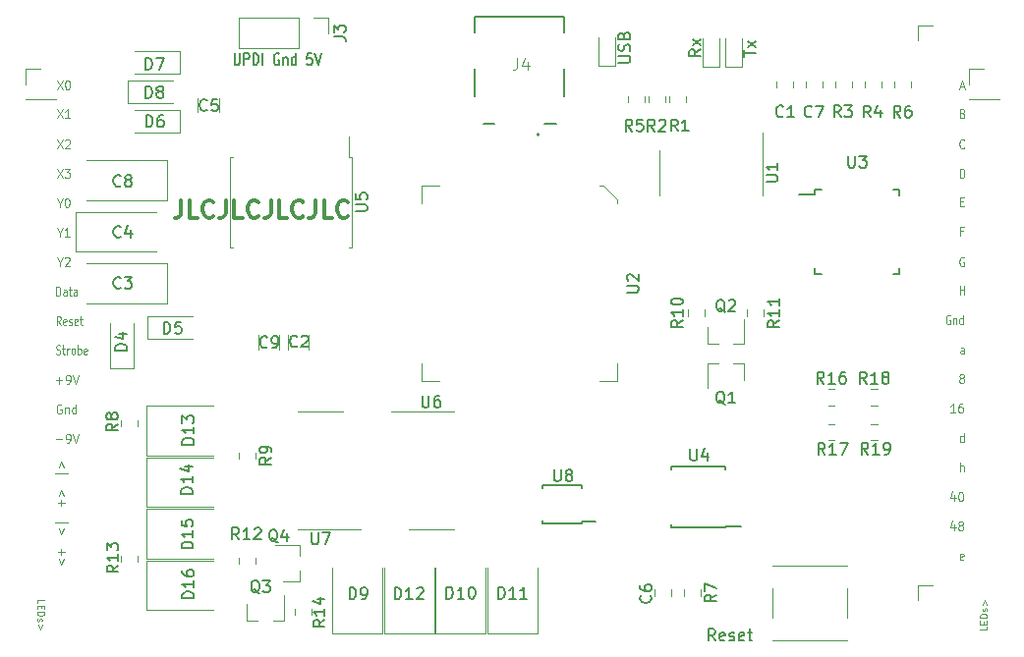
<source format=gbr>
%TF.GenerationSoftware,KiCad,Pcbnew,(5.1.9-0-10_14)*%
%TF.CreationDate,2021-04-17T19:26:37+08:00*%
%TF.ProjectId,BreadControlV2-rounded,42726561-6443-46f6-9e74-726f6c56322d,rev?*%
%TF.SameCoordinates,Original*%
%TF.FileFunction,Legend,Top*%
%TF.FilePolarity,Positive*%
%FSLAX46Y46*%
G04 Gerber Fmt 4.6, Leading zero omitted, Abs format (unit mm)*
G04 Created by KiCad (PCBNEW (5.1.9-0-10_14)) date 2021-04-17 19:26:37*
%MOMM*%
%LPD*%
G01*
G04 APERTURE LIST*
%ADD10C,0.300000*%
%ADD11C,0.100000*%
%ADD12C,0.175000*%
%ADD13C,0.120000*%
%ADD14C,0.150000*%
%ADD15C,0.127000*%
%ADD16C,0.200000*%
%ADD17C,0.015000*%
G04 APERTURE END LIST*
D10*
X109911428Y-45533571D02*
X109911428Y-46605000D01*
X109840000Y-46819285D01*
X109697142Y-46962142D01*
X109482857Y-47033571D01*
X109340000Y-47033571D01*
X111340000Y-47033571D02*
X110625714Y-47033571D01*
X110625714Y-45533571D01*
X112697142Y-46890714D02*
X112625714Y-46962142D01*
X112411428Y-47033571D01*
X112268571Y-47033571D01*
X112054285Y-46962142D01*
X111911428Y-46819285D01*
X111840000Y-46676428D01*
X111768571Y-46390714D01*
X111768571Y-46176428D01*
X111840000Y-45890714D01*
X111911428Y-45747857D01*
X112054285Y-45605000D01*
X112268571Y-45533571D01*
X112411428Y-45533571D01*
X112625714Y-45605000D01*
X112697142Y-45676428D01*
X113768571Y-45533571D02*
X113768571Y-46605000D01*
X113697142Y-46819285D01*
X113554285Y-46962142D01*
X113340000Y-47033571D01*
X113197142Y-47033571D01*
X115197142Y-47033571D02*
X114482857Y-47033571D01*
X114482857Y-45533571D01*
X116554285Y-46890714D02*
X116482857Y-46962142D01*
X116268571Y-47033571D01*
X116125714Y-47033571D01*
X115911428Y-46962142D01*
X115768571Y-46819285D01*
X115697142Y-46676428D01*
X115625714Y-46390714D01*
X115625714Y-46176428D01*
X115697142Y-45890714D01*
X115768571Y-45747857D01*
X115911428Y-45605000D01*
X116125714Y-45533571D01*
X116268571Y-45533571D01*
X116482857Y-45605000D01*
X116554285Y-45676428D01*
X117625714Y-45533571D02*
X117625714Y-46605000D01*
X117554285Y-46819285D01*
X117411428Y-46962142D01*
X117197142Y-47033571D01*
X117054285Y-47033571D01*
X119054285Y-47033571D02*
X118340000Y-47033571D01*
X118340000Y-45533571D01*
X120411428Y-46890714D02*
X120340000Y-46962142D01*
X120125714Y-47033571D01*
X119982857Y-47033571D01*
X119768571Y-46962142D01*
X119625714Y-46819285D01*
X119554285Y-46676428D01*
X119482857Y-46390714D01*
X119482857Y-46176428D01*
X119554285Y-45890714D01*
X119625714Y-45747857D01*
X119768571Y-45605000D01*
X119982857Y-45533571D01*
X120125714Y-45533571D01*
X120340000Y-45605000D01*
X120411428Y-45676428D01*
X121482857Y-45533571D02*
X121482857Y-46605000D01*
X121411428Y-46819285D01*
X121268571Y-46962142D01*
X121054285Y-47033571D01*
X120911428Y-47033571D01*
X122911428Y-47033571D02*
X122197142Y-47033571D01*
X122197142Y-45533571D01*
X124268571Y-46890714D02*
X124197142Y-46962142D01*
X123982857Y-47033571D01*
X123840000Y-47033571D01*
X123625714Y-46962142D01*
X123482857Y-46819285D01*
X123411428Y-46676428D01*
X123340000Y-46390714D01*
X123340000Y-46176428D01*
X123411428Y-45890714D01*
X123482857Y-45747857D01*
X123625714Y-45605000D01*
X123840000Y-45533571D01*
X123982857Y-45533571D01*
X124197142Y-45605000D01*
X124268571Y-45676428D01*
D11*
X176998333Y-35756833D02*
X177331666Y-35756833D01*
X176931666Y-35985404D02*
X177165000Y-35185404D01*
X177398333Y-35985404D01*
X177215000Y-38042857D02*
X177315000Y-38080952D01*
X177348333Y-38119047D01*
X177381666Y-38195238D01*
X177381666Y-38309523D01*
X177348333Y-38385714D01*
X177315000Y-38423809D01*
X177248333Y-38461904D01*
X176981666Y-38461904D01*
X176981666Y-37661904D01*
X177215000Y-37661904D01*
X177281666Y-37700000D01*
X177315000Y-37738095D01*
X177348333Y-37814285D01*
X177348333Y-37890476D01*
X177315000Y-37966666D01*
X177281666Y-38004761D01*
X177215000Y-38042857D01*
X176981666Y-38042857D01*
X177348333Y-50463500D02*
X177281666Y-50425404D01*
X177181666Y-50425404D01*
X177081666Y-50463500D01*
X177015000Y-50539690D01*
X176981666Y-50615880D01*
X176948333Y-50768261D01*
X176948333Y-50882547D01*
X176981666Y-51034928D01*
X177015000Y-51111119D01*
X177081666Y-51187309D01*
X177181666Y-51225404D01*
X177248333Y-51225404D01*
X177348333Y-51187309D01*
X177381666Y-51149214D01*
X177381666Y-50882547D01*
X177248333Y-50882547D01*
X176607486Y-63861904D02*
X176207486Y-63861904D01*
X176407486Y-63861904D02*
X176407486Y-63061904D01*
X176340820Y-63176190D01*
X176274153Y-63252380D01*
X176207486Y-63290476D01*
X177207486Y-63061904D02*
X177074153Y-63061904D01*
X177007486Y-63100000D01*
X176974153Y-63138095D01*
X176907486Y-63252380D01*
X176874153Y-63404761D01*
X176874153Y-63709523D01*
X176907486Y-63785714D01*
X176940820Y-63823809D01*
X177007486Y-63861904D01*
X177140820Y-63861904D01*
X177207486Y-63823809D01*
X177240820Y-63785714D01*
X177274153Y-63709523D01*
X177274153Y-63519047D01*
X177240820Y-63442857D01*
X177207486Y-63404761D01*
X177140820Y-63366666D01*
X177007486Y-63366666D01*
X176940820Y-63404761D01*
X176907486Y-63442857D01*
X176874153Y-63519047D01*
X177381666Y-40989214D02*
X177348333Y-41027309D01*
X177248333Y-41065404D01*
X177181666Y-41065404D01*
X177081666Y-41027309D01*
X177015000Y-40951119D01*
X176981666Y-40874928D01*
X176948333Y-40722547D01*
X176948333Y-40608261D01*
X176981666Y-40455880D01*
X177015000Y-40379690D01*
X177081666Y-40303500D01*
X177181666Y-40265404D01*
X177248333Y-40265404D01*
X177348333Y-40303500D01*
X177381666Y-40341595D01*
X177015000Y-68941904D02*
X177015000Y-68141904D01*
X177315000Y-68941904D02*
X177315000Y-68522857D01*
X177281666Y-68446666D01*
X177215000Y-68408571D01*
X177115000Y-68408571D01*
X177048333Y-68446666D01*
X177015000Y-68484761D01*
X176981666Y-43605404D02*
X176981666Y-42805404D01*
X177148333Y-42805404D01*
X177248333Y-42843500D01*
X177315000Y-42919690D01*
X177348333Y-42995880D01*
X177381666Y-43148261D01*
X177381666Y-43262547D01*
X177348333Y-43414928D01*
X177315000Y-43491119D01*
X177248333Y-43567309D01*
X177148333Y-43605404D01*
X176981666Y-43605404D01*
X177015000Y-45662857D02*
X177248333Y-45662857D01*
X177348333Y-46081904D02*
X177015000Y-46081904D01*
X177015000Y-45281904D01*
X177348333Y-45281904D01*
X177098333Y-60864761D02*
X177031666Y-60826666D01*
X176998333Y-60788571D01*
X176965000Y-60712380D01*
X176965000Y-60674285D01*
X176998333Y-60598095D01*
X177031666Y-60560000D01*
X177098333Y-60521904D01*
X177231666Y-60521904D01*
X177298333Y-60560000D01*
X177331666Y-60598095D01*
X177365000Y-60674285D01*
X177365000Y-60712380D01*
X177331666Y-60788571D01*
X177298333Y-60826666D01*
X177231666Y-60864761D01*
X177098333Y-60864761D01*
X177031666Y-60902857D01*
X176998333Y-60940952D01*
X176965000Y-61017142D01*
X176965000Y-61169523D01*
X176998333Y-61245714D01*
X177031666Y-61283809D01*
X177098333Y-61321904D01*
X177231666Y-61321904D01*
X177298333Y-61283809D01*
X177331666Y-61245714D01*
X177365000Y-61169523D01*
X177365000Y-61017142D01*
X177331666Y-60940952D01*
X177298333Y-60902857D01*
X177231666Y-60864761D01*
X176540820Y-70948571D02*
X176540820Y-71481904D01*
X176374153Y-70643809D02*
X176207486Y-71215238D01*
X176640820Y-71215238D01*
X177040820Y-70681904D02*
X177107486Y-70681904D01*
X177174153Y-70720000D01*
X177207486Y-70758095D01*
X177240820Y-70834285D01*
X177274153Y-70986666D01*
X177274153Y-71177142D01*
X177240820Y-71329523D01*
X177207486Y-71405714D01*
X177174153Y-71443809D01*
X177107486Y-71481904D01*
X177040820Y-71481904D01*
X176974153Y-71443809D01*
X176940820Y-71405714D01*
X176907486Y-71329523D01*
X176874153Y-71177142D01*
X176874153Y-70986666D01*
X176907486Y-70834285D01*
X176940820Y-70758095D01*
X176974153Y-70720000D01*
X177040820Y-70681904D01*
X177298333Y-76523809D02*
X177231666Y-76561904D01*
X177098333Y-76561904D01*
X177031666Y-76523809D01*
X176998333Y-76447619D01*
X176998333Y-76142857D01*
X177031666Y-76066666D01*
X177098333Y-76028571D01*
X177231666Y-76028571D01*
X177298333Y-76066666D01*
X177331666Y-76142857D01*
X177331666Y-76219047D01*
X176998333Y-76295238D01*
X177318971Y-58781904D02*
X177318971Y-58362857D01*
X177290400Y-58286666D01*
X177233257Y-58248571D01*
X177118971Y-58248571D01*
X177061828Y-58286666D01*
X177318971Y-58743809D02*
X177261828Y-58781904D01*
X177118971Y-58781904D01*
X177061828Y-58743809D01*
X177033257Y-58667619D01*
X177033257Y-58591428D01*
X177061828Y-58515238D01*
X177118971Y-58477142D01*
X177261828Y-58477142D01*
X177318971Y-58439047D01*
X177265000Y-48202857D02*
X177031666Y-48202857D01*
X177031666Y-48621904D02*
X177031666Y-47821904D01*
X177365000Y-47821904D01*
X177315000Y-66401904D02*
X177315000Y-65601904D01*
X177315000Y-66363809D02*
X177248333Y-66401904D01*
X177115000Y-66401904D01*
X177048333Y-66363809D01*
X177015000Y-66325714D01*
X176981666Y-66249523D01*
X176981666Y-66020952D01*
X177015000Y-65944761D01*
X177048333Y-65906666D01*
X177115000Y-65868571D01*
X177248333Y-65868571D01*
X177315000Y-65906666D01*
X176993571Y-53701904D02*
X176993571Y-52901904D01*
X176993571Y-53282857D02*
X177336428Y-53282857D01*
X177336428Y-53701904D02*
X177336428Y-52901904D01*
X176144285Y-55480000D02*
X176087142Y-55441904D01*
X176001428Y-55441904D01*
X175915714Y-55480000D01*
X175858571Y-55556190D01*
X175830000Y-55632380D01*
X175801428Y-55784761D01*
X175801428Y-55899047D01*
X175830000Y-56051428D01*
X175858571Y-56127619D01*
X175915714Y-56203809D01*
X176001428Y-56241904D01*
X176058571Y-56241904D01*
X176144285Y-56203809D01*
X176172857Y-56165714D01*
X176172857Y-55899047D01*
X176058571Y-55899047D01*
X176430000Y-55708571D02*
X176430000Y-56241904D01*
X176430000Y-55784761D02*
X176458571Y-55746666D01*
X176515714Y-55708571D01*
X176601428Y-55708571D01*
X176658571Y-55746666D01*
X176687142Y-55822857D01*
X176687142Y-56241904D01*
X177230000Y-56241904D02*
X177230000Y-55441904D01*
X177230000Y-56203809D02*
X177172857Y-56241904D01*
X177058571Y-56241904D01*
X177001428Y-56203809D01*
X176972857Y-56165714D01*
X176944285Y-56089523D01*
X176944285Y-55860952D01*
X176972857Y-55784761D01*
X177001428Y-55746666D01*
X177058571Y-55708571D01*
X177172857Y-55708571D01*
X177230000Y-55746666D01*
X176540820Y-73488571D02*
X176540820Y-74021904D01*
X176374153Y-73183809D02*
X176207486Y-73755238D01*
X176640820Y-73755238D01*
X177007486Y-73564761D02*
X176940820Y-73526666D01*
X176907486Y-73488571D01*
X176874153Y-73412380D01*
X176874153Y-73374285D01*
X176907486Y-73298095D01*
X176940820Y-73260000D01*
X177007486Y-73221904D01*
X177140820Y-73221904D01*
X177207486Y-73260000D01*
X177240820Y-73298095D01*
X177274153Y-73374285D01*
X177274153Y-73412380D01*
X177240820Y-73488571D01*
X177207486Y-73526666D01*
X177140820Y-73564761D01*
X177007486Y-73564761D01*
X176940820Y-73602857D01*
X176907486Y-73640952D01*
X176874153Y-73717142D01*
X176874153Y-73869523D01*
X176907486Y-73945714D01*
X176940820Y-73983809D01*
X177007486Y-74021904D01*
X177140820Y-74021904D01*
X177207486Y-73983809D01*
X177240820Y-73945714D01*
X177274153Y-73869523D01*
X177274153Y-73717142D01*
X177240820Y-73640952D01*
X177207486Y-73602857D01*
X177140820Y-73564761D01*
X179341428Y-82280000D02*
X179341428Y-82565714D01*
X178741428Y-82565714D01*
X179027142Y-82080000D02*
X179027142Y-81880000D01*
X179341428Y-81794285D02*
X179341428Y-82080000D01*
X178741428Y-82080000D01*
X178741428Y-81794285D01*
X179341428Y-81537142D02*
X178741428Y-81537142D01*
X178741428Y-81394285D01*
X178770000Y-81308571D01*
X178827142Y-81251428D01*
X178884285Y-81222857D01*
X178998571Y-81194285D01*
X179084285Y-81194285D01*
X179198571Y-81222857D01*
X179255714Y-81251428D01*
X179312857Y-81308571D01*
X179341428Y-81394285D01*
X179341428Y-81537142D01*
X179312857Y-80965714D02*
X179341428Y-80908571D01*
X179341428Y-80794285D01*
X179312857Y-80737142D01*
X179255714Y-80708571D01*
X179227142Y-80708571D01*
X179170000Y-80737142D01*
X179141428Y-80794285D01*
X179141428Y-80880000D01*
X179112857Y-80937142D01*
X179055714Y-80965714D01*
X179027142Y-80965714D01*
X178970000Y-80937142D01*
X178941428Y-80880000D01*
X178941428Y-80794285D01*
X178970000Y-80737142D01*
X178941428Y-80451428D02*
X179112857Y-79994285D01*
X179284285Y-80451428D01*
X99510942Y-56305404D02*
X99310942Y-55924452D01*
X99168085Y-56305404D02*
X99168085Y-55505404D01*
X99396657Y-55505404D01*
X99453800Y-55543500D01*
X99482371Y-55581595D01*
X99510942Y-55657785D01*
X99510942Y-55772071D01*
X99482371Y-55848261D01*
X99453800Y-55886357D01*
X99396657Y-55924452D01*
X99168085Y-55924452D01*
X99996657Y-56267309D02*
X99939514Y-56305404D01*
X99825228Y-56305404D01*
X99768085Y-56267309D01*
X99739514Y-56191119D01*
X99739514Y-55886357D01*
X99768085Y-55810166D01*
X99825228Y-55772071D01*
X99939514Y-55772071D01*
X99996657Y-55810166D01*
X100025228Y-55886357D01*
X100025228Y-55962547D01*
X99739514Y-56038738D01*
X100253800Y-56267309D02*
X100310942Y-56305404D01*
X100425228Y-56305404D01*
X100482371Y-56267309D01*
X100510942Y-56191119D01*
X100510942Y-56153023D01*
X100482371Y-56076833D01*
X100425228Y-56038738D01*
X100339514Y-56038738D01*
X100282371Y-56000642D01*
X100253800Y-55924452D01*
X100253800Y-55886357D01*
X100282371Y-55810166D01*
X100339514Y-55772071D01*
X100425228Y-55772071D01*
X100482371Y-55810166D01*
X100996657Y-56267309D02*
X100939514Y-56305404D01*
X100825228Y-56305404D01*
X100768085Y-56267309D01*
X100739514Y-56191119D01*
X100739514Y-55886357D01*
X100768085Y-55810166D01*
X100825228Y-55772071D01*
X100939514Y-55772071D01*
X100996657Y-55810166D01*
X101025228Y-55886357D01*
X101025228Y-55962547D01*
X100739514Y-56038738D01*
X101196657Y-55772071D02*
X101425228Y-55772071D01*
X101282371Y-55505404D02*
X101282371Y-56191119D01*
X101310942Y-56267309D01*
X101368085Y-56305404D01*
X101425228Y-56305404D01*
X99153828Y-58794609D02*
X99239542Y-58832704D01*
X99382400Y-58832704D01*
X99439542Y-58794609D01*
X99468114Y-58756514D01*
X99496685Y-58680323D01*
X99496685Y-58604133D01*
X99468114Y-58527942D01*
X99439542Y-58489847D01*
X99382400Y-58451752D01*
X99268114Y-58413657D01*
X99210971Y-58375561D01*
X99182400Y-58337466D01*
X99153828Y-58261276D01*
X99153828Y-58185085D01*
X99182400Y-58108895D01*
X99210971Y-58070800D01*
X99268114Y-58032704D01*
X99410971Y-58032704D01*
X99496685Y-58070800D01*
X99668114Y-58299371D02*
X99896685Y-58299371D01*
X99753828Y-58032704D02*
X99753828Y-58718419D01*
X99782400Y-58794609D01*
X99839542Y-58832704D01*
X99896685Y-58832704D01*
X100096685Y-58832704D02*
X100096685Y-58299371D01*
X100096685Y-58451752D02*
X100125257Y-58375561D01*
X100153828Y-58337466D01*
X100210971Y-58299371D01*
X100268114Y-58299371D01*
X100553828Y-58832704D02*
X100496685Y-58794609D01*
X100468114Y-58756514D01*
X100439542Y-58680323D01*
X100439542Y-58451752D01*
X100468114Y-58375561D01*
X100496685Y-58337466D01*
X100553828Y-58299371D01*
X100639542Y-58299371D01*
X100696685Y-58337466D01*
X100725257Y-58375561D01*
X100753828Y-58451752D01*
X100753828Y-58680323D01*
X100725257Y-58756514D01*
X100696685Y-58794609D01*
X100639542Y-58832704D01*
X100553828Y-58832704D01*
X101010971Y-58832704D02*
X101010971Y-58032704D01*
X101010971Y-58337466D02*
X101068114Y-58299371D01*
X101182400Y-58299371D01*
X101239542Y-58337466D01*
X101268114Y-58375561D01*
X101296685Y-58451752D01*
X101296685Y-58680323D01*
X101268114Y-58756514D01*
X101239542Y-58794609D01*
X101182400Y-58832704D01*
X101068114Y-58832704D01*
X101010971Y-58794609D01*
X101782400Y-58794609D02*
X101725257Y-58832704D01*
X101610971Y-58832704D01*
X101553828Y-58794609D01*
X101525257Y-58718419D01*
X101525257Y-58413657D01*
X101553828Y-58337466D01*
X101610971Y-58299371D01*
X101725257Y-58299371D01*
X101782400Y-58337466D01*
X101810971Y-58413657D01*
X101810971Y-58489847D01*
X101525257Y-58566038D01*
X97518571Y-80280000D02*
X97518571Y-79994285D01*
X98118571Y-79994285D01*
X97832857Y-80480000D02*
X97832857Y-80680000D01*
X97518571Y-80765714D02*
X97518571Y-80480000D01*
X98118571Y-80480000D01*
X98118571Y-80765714D01*
X97518571Y-81022857D02*
X98118571Y-81022857D01*
X98118571Y-81165714D01*
X98090000Y-81251428D01*
X98032857Y-81308571D01*
X97975714Y-81337142D01*
X97861428Y-81365714D01*
X97775714Y-81365714D01*
X97661428Y-81337142D01*
X97604285Y-81308571D01*
X97547142Y-81251428D01*
X97518571Y-81165714D01*
X97518571Y-81022857D01*
X97547142Y-81594285D02*
X97518571Y-81651428D01*
X97518571Y-81765714D01*
X97547142Y-81822857D01*
X97604285Y-81851428D01*
X97632857Y-81851428D01*
X97690000Y-81822857D01*
X97718571Y-81765714D01*
X97718571Y-81680000D01*
X97747142Y-81622857D01*
X97804285Y-81594285D01*
X97832857Y-81594285D01*
X97890000Y-81622857D01*
X97918571Y-81680000D01*
X97918571Y-81765714D01*
X97890000Y-81822857D01*
X97918571Y-82108571D02*
X97747142Y-82565714D01*
X97575714Y-82108571D01*
X99353391Y-76430166D02*
X99581962Y-76963500D01*
X99810534Y-76430166D01*
X99581962Y-76096833D02*
X99581962Y-75563500D01*
X99886724Y-75830166D02*
X99277200Y-75830166D01*
X99353391Y-73790166D02*
X99581962Y-74323500D01*
X99810534Y-73790166D01*
X100153391Y-73290166D02*
X99010534Y-73290166D01*
X99581962Y-71883500D02*
X99581962Y-71350166D01*
X99886724Y-71616833D02*
X99277200Y-71616833D01*
X99353391Y-71016833D02*
X99581962Y-70483500D01*
X99810534Y-71016833D01*
X100153391Y-69076833D02*
X99010534Y-69076833D01*
X99353391Y-68576833D02*
X99581962Y-68043500D01*
X99810534Y-68576833D01*
X99132820Y-66160642D02*
X99666153Y-66160642D01*
X100032820Y-66465404D02*
X100166153Y-66465404D01*
X100232820Y-66427309D01*
X100266153Y-66389214D01*
X100332820Y-66274928D01*
X100366153Y-66122547D01*
X100366153Y-65817785D01*
X100332820Y-65741595D01*
X100299486Y-65703500D01*
X100232820Y-65665404D01*
X100099486Y-65665404D01*
X100032820Y-65703500D01*
X99999486Y-65741595D01*
X99966153Y-65817785D01*
X99966153Y-66008261D01*
X99999486Y-66084452D01*
X100032820Y-66122547D01*
X100099486Y-66160642D01*
X100232820Y-66160642D01*
X100299486Y-66122547D01*
X100332820Y-66084452D01*
X100366153Y-66008261D01*
X100566153Y-65665404D02*
X100799486Y-66465404D01*
X101032820Y-65665404D01*
X99582820Y-63163500D02*
X99516153Y-63125404D01*
X99416153Y-63125404D01*
X99316153Y-63163500D01*
X99249486Y-63239690D01*
X99216153Y-63315880D01*
X99182820Y-63468261D01*
X99182820Y-63582547D01*
X99216153Y-63734928D01*
X99249486Y-63811119D01*
X99316153Y-63887309D01*
X99416153Y-63925404D01*
X99482820Y-63925404D01*
X99582820Y-63887309D01*
X99616153Y-63849214D01*
X99616153Y-63582547D01*
X99482820Y-63582547D01*
X99916153Y-63392071D02*
X99916153Y-63925404D01*
X99916153Y-63468261D02*
X99949486Y-63430166D01*
X100016153Y-63392071D01*
X100116153Y-63392071D01*
X100182820Y-63430166D01*
X100216153Y-63506357D01*
X100216153Y-63925404D01*
X100849486Y-63925404D02*
X100849486Y-63125404D01*
X100849486Y-63887309D02*
X100782820Y-63925404D01*
X100649486Y-63925404D01*
X100582820Y-63887309D01*
X100549486Y-63849214D01*
X100516153Y-63773023D01*
X100516153Y-63544452D01*
X100549486Y-63468261D01*
X100582820Y-63430166D01*
X100649486Y-63392071D01*
X100782820Y-63392071D01*
X100849486Y-63430166D01*
X99132820Y-61080642D02*
X99666153Y-61080642D01*
X99399486Y-61385404D02*
X99399486Y-60775880D01*
X100032820Y-61385404D02*
X100166153Y-61385404D01*
X100232820Y-61347309D01*
X100266153Y-61309214D01*
X100332820Y-61194928D01*
X100366153Y-61042547D01*
X100366153Y-60737785D01*
X100332820Y-60661595D01*
X100299486Y-60623500D01*
X100232820Y-60585404D01*
X100099486Y-60585404D01*
X100032820Y-60623500D01*
X99999486Y-60661595D01*
X99966153Y-60737785D01*
X99966153Y-60928261D01*
X99999486Y-61004452D01*
X100032820Y-61042547D01*
X100099486Y-61080642D01*
X100232820Y-61080642D01*
X100299486Y-61042547D01*
X100332820Y-61004452D01*
X100366153Y-60928261D01*
X100566153Y-60585404D02*
X100799486Y-61385404D01*
X101032820Y-60585404D01*
X99161391Y-53765404D02*
X99161391Y-52965404D01*
X99304248Y-52965404D01*
X99389962Y-53003500D01*
X99447105Y-53079690D01*
X99475677Y-53155880D01*
X99504248Y-53308261D01*
X99504248Y-53422547D01*
X99475677Y-53574928D01*
X99447105Y-53651119D01*
X99389962Y-53727309D01*
X99304248Y-53765404D01*
X99161391Y-53765404D01*
X100018534Y-53765404D02*
X100018534Y-53346357D01*
X99989962Y-53270166D01*
X99932820Y-53232071D01*
X99818534Y-53232071D01*
X99761391Y-53270166D01*
X100018534Y-53727309D02*
X99961391Y-53765404D01*
X99818534Y-53765404D01*
X99761391Y-53727309D01*
X99732820Y-53651119D01*
X99732820Y-53574928D01*
X99761391Y-53498738D01*
X99818534Y-53460642D01*
X99961391Y-53460642D01*
X100018534Y-53422547D01*
X100218534Y-53232071D02*
X100447105Y-53232071D01*
X100304248Y-52965404D02*
X100304248Y-53651119D01*
X100332820Y-53727309D01*
X100389962Y-53765404D01*
X100447105Y-53765404D01*
X100904248Y-53765404D02*
X100904248Y-53346357D01*
X100875677Y-53270166D01*
X100818534Y-53232071D01*
X100704248Y-53232071D01*
X100647105Y-53270166D01*
X100904248Y-53727309D02*
X100847105Y-53765404D01*
X100704248Y-53765404D01*
X100647105Y-53727309D01*
X100618534Y-53651119D01*
X100618534Y-53574928D01*
X100647105Y-53498738D01*
X100704248Y-53460642D01*
X100847105Y-53460642D01*
X100904248Y-53422547D01*
X99445486Y-50844452D02*
X99445486Y-51225404D01*
X99212153Y-50425404D02*
X99445486Y-50844452D01*
X99678820Y-50425404D01*
X99878820Y-50501595D02*
X99912153Y-50463500D01*
X99978820Y-50425404D01*
X100145486Y-50425404D01*
X100212153Y-50463500D01*
X100245486Y-50501595D01*
X100278820Y-50577785D01*
X100278820Y-50653976D01*
X100245486Y-50768261D01*
X99845486Y-51225404D01*
X100278820Y-51225404D01*
X99445486Y-48304452D02*
X99445486Y-48685404D01*
X99212153Y-47885404D02*
X99445486Y-48304452D01*
X99678820Y-47885404D01*
X100278820Y-48685404D02*
X99878820Y-48685404D01*
X100078820Y-48685404D02*
X100078820Y-47885404D01*
X100012153Y-47999690D01*
X99945486Y-48075880D01*
X99878820Y-48113976D01*
X99445486Y-45764452D02*
X99445486Y-46145404D01*
X99212153Y-45345404D02*
X99445486Y-45764452D01*
X99678820Y-45345404D01*
X100045486Y-45345404D02*
X100112153Y-45345404D01*
X100178820Y-45383500D01*
X100212153Y-45421595D01*
X100245486Y-45497785D01*
X100278820Y-45650166D01*
X100278820Y-45840642D01*
X100245486Y-45993023D01*
X100212153Y-46069214D01*
X100178820Y-46107309D01*
X100112153Y-46145404D01*
X100045486Y-46145404D01*
X99978820Y-46107309D01*
X99945486Y-46069214D01*
X99912153Y-45993023D01*
X99878820Y-45840642D01*
X99878820Y-45650166D01*
X99912153Y-45497785D01*
X99945486Y-45421595D01*
X99978820Y-45383500D01*
X100045486Y-45345404D01*
X99212153Y-42805404D02*
X99678820Y-43605404D01*
X99678820Y-42805404D02*
X99212153Y-43605404D01*
X99878820Y-42805404D02*
X100312153Y-42805404D01*
X100078820Y-43110166D01*
X100178820Y-43110166D01*
X100245486Y-43148261D01*
X100278820Y-43186357D01*
X100312153Y-43262547D01*
X100312153Y-43453023D01*
X100278820Y-43529214D01*
X100245486Y-43567309D01*
X100178820Y-43605404D01*
X99978820Y-43605404D01*
X99912153Y-43567309D01*
X99878820Y-43529214D01*
X99212153Y-40265404D02*
X99678820Y-41065404D01*
X99678820Y-40265404D02*
X99212153Y-41065404D01*
X99912153Y-40341595D02*
X99945486Y-40303500D01*
X100012153Y-40265404D01*
X100178820Y-40265404D01*
X100245486Y-40303500D01*
X100278820Y-40341595D01*
X100312153Y-40417785D01*
X100312153Y-40493976D01*
X100278820Y-40608261D01*
X99878820Y-41065404D01*
X100312153Y-41065404D01*
X99212153Y-37661904D02*
X99678820Y-38461904D01*
X99678820Y-37661904D02*
X99212153Y-38461904D01*
X100312153Y-38461904D02*
X99912153Y-38461904D01*
X100112153Y-38461904D02*
X100112153Y-37661904D01*
X100045486Y-37776190D01*
X99978820Y-37852380D01*
X99912153Y-37890476D01*
X99212153Y-35185404D02*
X99678820Y-35985404D01*
X99678820Y-35185404D02*
X99212153Y-35985404D01*
X100078820Y-35185404D02*
X100145486Y-35185404D01*
X100212153Y-35223500D01*
X100245486Y-35261595D01*
X100278820Y-35337785D01*
X100312153Y-35490166D01*
X100312153Y-35680642D01*
X100278820Y-35833023D01*
X100245486Y-35909214D01*
X100212153Y-35947309D01*
X100145486Y-35985404D01*
X100078820Y-35985404D01*
X100012153Y-35947309D01*
X99978820Y-35909214D01*
X99945486Y-35833023D01*
X99912153Y-35680642D01*
X99912153Y-35490166D01*
X99945486Y-35337785D01*
X99978820Y-35261595D01*
X100012153Y-35223500D01*
X100078820Y-35185404D01*
D12*
X114494769Y-32868620D02*
X114494769Y-33678144D01*
X114532864Y-33773382D01*
X114570960Y-33821001D01*
X114647150Y-33868620D01*
X114799531Y-33868620D01*
X114875721Y-33821001D01*
X114913817Y-33773382D01*
X114951912Y-33678144D01*
X114951912Y-32868620D01*
X115332864Y-33868620D02*
X115332864Y-32868620D01*
X115637626Y-32868620D01*
X115713817Y-32916240D01*
X115751912Y-32963859D01*
X115790007Y-33059097D01*
X115790007Y-33201954D01*
X115751912Y-33297192D01*
X115713817Y-33344811D01*
X115637626Y-33392430D01*
X115332864Y-33392430D01*
X116132864Y-33868620D02*
X116132864Y-32868620D01*
X116323340Y-32868620D01*
X116437626Y-32916240D01*
X116513817Y-33011478D01*
X116551912Y-33106716D01*
X116590007Y-33297192D01*
X116590007Y-33440049D01*
X116551912Y-33630525D01*
X116513817Y-33725763D01*
X116437626Y-33821001D01*
X116323340Y-33868620D01*
X116132864Y-33868620D01*
X116932864Y-33868620D02*
X116932864Y-32868620D01*
X118342388Y-32916240D02*
X118266198Y-32868620D01*
X118151912Y-32868620D01*
X118037626Y-32916240D01*
X117961436Y-33011478D01*
X117923340Y-33106716D01*
X117885245Y-33297192D01*
X117885245Y-33440049D01*
X117923340Y-33630525D01*
X117961436Y-33725763D01*
X118037626Y-33821001D01*
X118151912Y-33868620D01*
X118228102Y-33868620D01*
X118342388Y-33821001D01*
X118380483Y-33773382D01*
X118380483Y-33440049D01*
X118228102Y-33440049D01*
X118723340Y-33201954D02*
X118723340Y-33868620D01*
X118723340Y-33297192D02*
X118761436Y-33249573D01*
X118837626Y-33201954D01*
X118951912Y-33201954D01*
X119028102Y-33249573D01*
X119066198Y-33344811D01*
X119066198Y-33868620D01*
X119790007Y-33868620D02*
X119790007Y-32868620D01*
X119790007Y-33821001D02*
X119713817Y-33868620D01*
X119561436Y-33868620D01*
X119485245Y-33821001D01*
X119447150Y-33773382D01*
X119409055Y-33678144D01*
X119409055Y-33392430D01*
X119447150Y-33297192D01*
X119485245Y-33249573D01*
X119561436Y-33201954D01*
X119713817Y-33201954D01*
X119790007Y-33249573D01*
X121161436Y-32868620D02*
X120780483Y-32868620D01*
X120742388Y-33344811D01*
X120780483Y-33297192D01*
X120856674Y-33249573D01*
X121047150Y-33249573D01*
X121123340Y-33297192D01*
X121161436Y-33344811D01*
X121199531Y-33440049D01*
X121199531Y-33678144D01*
X121161436Y-33773382D01*
X121123340Y-33821001D01*
X121047150Y-33868620D01*
X120856674Y-33868620D01*
X120780483Y-33821001D01*
X120742388Y-33773382D01*
X121428102Y-32868620D02*
X121694769Y-33868620D01*
X121961436Y-32868620D01*
D13*
%TO.C,J2*%
X177740000Y-36830000D02*
X180400000Y-36830000D01*
X177740000Y-35560000D02*
X177740000Y-34230000D01*
X177740000Y-34230000D02*
X179070000Y-34230000D01*
%TO.C,J1*%
X96460000Y-36830000D02*
X99120000Y-36830000D01*
X96460000Y-35560000D02*
X96460000Y-34230000D01*
X96460000Y-34230000D02*
X97790000Y-34230000D01*
%TO.C,J8*%
X173355000Y-78740000D02*
X174625000Y-78740000D01*
X173355000Y-80010000D02*
X173355000Y-78740000D01*
%TO.C,Rx Tx Out*%
X173355000Y-30480000D02*
X174625000Y-30480000D01*
X173355000Y-31750000D02*
X173355000Y-30480000D01*
%TO.C,D16*%
X106940000Y-76590000D02*
X106940000Y-80890000D01*
X106940000Y-80890000D02*
X112640000Y-80890000D01*
X106940000Y-76590000D02*
X112640000Y-76590000D01*
%TO.C,D15*%
X106940000Y-72145000D02*
X106940000Y-76445000D01*
X106940000Y-76445000D02*
X112640000Y-76445000D01*
X106940000Y-72145000D02*
X112640000Y-72145000D01*
%TO.C,D14*%
X106940000Y-67700000D02*
X106940000Y-72000000D01*
X106940000Y-72000000D02*
X112640000Y-72000000D01*
X106940000Y-67700000D02*
X112640000Y-67700000D01*
%TO.C,D13*%
X106940000Y-63255000D02*
X106940000Y-67555000D01*
X106940000Y-67555000D02*
X112640000Y-67555000D01*
X106940000Y-63255000D02*
X112640000Y-63255000D01*
%TO.C,D12*%
X127390000Y-82925000D02*
X131690000Y-82925000D01*
X131690000Y-82925000D02*
X131690000Y-77225000D01*
X127390000Y-82925000D02*
X127390000Y-77225000D01*
%TO.C,D11*%
X136280000Y-82925000D02*
X140580000Y-82925000D01*
X140580000Y-82925000D02*
X140580000Y-77225000D01*
X136280000Y-82925000D02*
X136280000Y-77225000D01*
%TO.C,D10*%
X131835000Y-82925000D02*
X136135000Y-82925000D01*
X136135000Y-82925000D02*
X136135000Y-77225000D01*
X131835000Y-82925000D02*
X131835000Y-77225000D01*
%TO.C,D9*%
X122945000Y-82925000D02*
X127245000Y-82925000D01*
X127245000Y-82925000D02*
X127245000Y-77225000D01*
X122945000Y-82925000D02*
X122945000Y-77225000D01*
D14*
%TO.C,U8*%
X144423000Y-73430000D02*
X144423000Y-73205000D01*
X141073000Y-73430000D02*
X141073000Y-73130000D01*
X141073000Y-70080000D02*
X141073000Y-70380000D01*
X144423000Y-70080000D02*
X144423000Y-70380000D01*
X144423000Y-73430000D02*
X141073000Y-73430000D01*
X144423000Y-70080000D02*
X141073000Y-70080000D01*
X144423000Y-73205000D02*
X145648000Y-73205000D01*
D13*
%TO.C,U7*%
X121920000Y-63774000D02*
X119970000Y-63774000D01*
X121920000Y-63774000D02*
X123870000Y-63774000D01*
X121920000Y-73894000D02*
X119970000Y-73894000D01*
X121920000Y-73894000D02*
X125370000Y-73894000D01*
%TO.C,U6*%
X131445000Y-73894000D02*
X133395000Y-73894000D01*
X131445000Y-73894000D02*
X129495000Y-73894000D01*
X131445000Y-63774000D02*
X133395000Y-63774000D01*
X131445000Y-63774000D02*
X127995000Y-63774000D01*
%TO.C,U5*%
X114120000Y-45720000D02*
X114120000Y-49580000D01*
X114120000Y-49580000D02*
X114375000Y-49580000D01*
X114120000Y-45720000D02*
X114120000Y-41860000D01*
X114120000Y-41860000D02*
X114375000Y-41860000D01*
X124640000Y-45720000D02*
X124640000Y-49580000D01*
X124640000Y-49580000D02*
X124385000Y-49580000D01*
X124640000Y-45720000D02*
X124640000Y-41860000D01*
X124640000Y-41860000D02*
X124385000Y-41860000D01*
X124385000Y-41860000D02*
X124385000Y-40045000D01*
D14*
%TO.C,U4*%
X156757000Y-73745000D02*
X156757000Y-73620000D01*
X152107000Y-73745000D02*
X152107000Y-73520000D01*
X152107000Y-68495000D02*
X152107000Y-68720000D01*
X156757000Y-68495000D02*
X156757000Y-68720000D01*
X156757000Y-73745000D02*
X152107000Y-73745000D01*
X156757000Y-68495000D02*
X152107000Y-68495000D01*
X156757000Y-73620000D02*
X158107000Y-73620000D01*
%TO.C,U3*%
X164523000Y-44635000D02*
X164523000Y-45060000D01*
X171773000Y-44635000D02*
X171773000Y-45160000D01*
X171773000Y-51885000D02*
X171773000Y-51360000D01*
X164523000Y-51885000D02*
X164523000Y-51360000D01*
X164523000Y-44635000D02*
X165048000Y-44635000D01*
X164523000Y-51885000D02*
X165048000Y-51885000D01*
X171773000Y-51885000D02*
X171248000Y-51885000D01*
X171773000Y-44635000D02*
X171248000Y-44635000D01*
X164523000Y-45060000D02*
X163148000Y-45060000D01*
D13*
%TO.C,U2*%
X147468100Y-59615000D02*
X147468100Y-61108100D01*
X147468100Y-61108100D02*
X145975000Y-61108100D01*
X130661900Y-45795000D02*
X130661900Y-44301900D01*
X130661900Y-44301900D02*
X132155000Y-44301900D01*
X130661900Y-59615000D02*
X130661900Y-61108100D01*
X130661900Y-61108100D02*
X132155000Y-61108100D01*
X147468100Y-45795000D02*
X147468100Y-45477118D01*
X147468100Y-45477118D02*
X146292882Y-44301900D01*
X146292882Y-44301900D02*
X145975000Y-44301900D01*
%TO.C,U1*%
X151140000Y-43180000D02*
X151140000Y-45130000D01*
X151140000Y-43180000D02*
X151140000Y-41230000D01*
X160010000Y-43180000D02*
X160010000Y-45130000D01*
X160010000Y-43180000D02*
X160010000Y-39730000D01*
%TO.C,Reset*%
X160854000Y-83494000D02*
X160854000Y-83464000D01*
X160854000Y-77034000D02*
X160854000Y-77064000D01*
X167314000Y-77034000D02*
X167314000Y-77064000D01*
X167314000Y-83464000D02*
X167314000Y-83494000D01*
X160854000Y-81564000D02*
X160854000Y-78964000D01*
X167314000Y-83494000D02*
X160854000Y-83494000D01*
X167314000Y-81564000D02*
X167314000Y-78964000D01*
X167314000Y-77034000D02*
X160854000Y-77034000D01*
%TO.C,R19*%
X169347248Y-64822000D02*
X169869752Y-64822000D01*
X169347248Y-66242000D02*
X169869752Y-66242000D01*
%TO.C,R18*%
X169347248Y-61837500D02*
X169869752Y-61837500D01*
X169347248Y-63257500D02*
X169869752Y-63257500D01*
%TO.C,R17*%
X165664248Y-64822000D02*
X166186752Y-64822000D01*
X165664248Y-66242000D02*
X166186752Y-66242000D01*
%TO.C,R16*%
X165655248Y-61837500D02*
X166177752Y-61837500D01*
X165655248Y-63257500D02*
X166177752Y-63257500D01*
%TO.C,R14*%
X119686000Y-81287252D02*
X119686000Y-80764748D01*
X121106000Y-81287252D02*
X121106000Y-80764748D01*
%TO.C,R13*%
X106120000Y-76192748D02*
X106120000Y-76715252D01*
X104700000Y-76192748D02*
X104700000Y-76715252D01*
%TO.C,R12*%
X114860000Y-76851252D02*
X114860000Y-76328748D01*
X116280000Y-76851252D02*
X116280000Y-76328748D01*
%TO.C,R11*%
X158675000Y-55506252D02*
X158675000Y-54983748D01*
X160095000Y-55506252D02*
X160095000Y-54983748D01*
%TO.C,R10*%
X153595000Y-55506252D02*
X153595000Y-54983748D01*
X155015000Y-55506252D02*
X155015000Y-54983748D01*
%TO.C,R9*%
X116280000Y-67293748D02*
X116280000Y-67816252D01*
X114860000Y-67293748D02*
X114860000Y-67816252D01*
%TO.C,R8*%
X106120000Y-64508748D02*
X106120000Y-65031252D01*
X104700000Y-64508748D02*
X104700000Y-65031252D01*
%TO.C,R7*%
X154634000Y-79113748D02*
X154634000Y-79636252D01*
X153214000Y-79113748D02*
X153214000Y-79636252D01*
%TO.C,R6*%
X172795000Y-35298748D02*
X172795000Y-35821252D01*
X171375000Y-35298748D02*
X171375000Y-35821252D01*
%TO.C,R5*%
X148388000Y-37091252D02*
X148388000Y-36568748D01*
X149808000Y-37091252D02*
X149808000Y-36568748D01*
%TO.C,R4*%
X170255000Y-35298748D02*
X170255000Y-35821252D01*
X168835000Y-35298748D02*
X168835000Y-35821252D01*
%TO.C,R3*%
X167715000Y-35298748D02*
X167715000Y-35821252D01*
X166295000Y-35298748D02*
X166295000Y-35821252D01*
%TO.C,R2*%
X150166000Y-37100252D02*
X150166000Y-36577748D01*
X151586000Y-37100252D02*
X151586000Y-36577748D01*
%TO.C,R1*%
X151944000Y-37100252D02*
X151944000Y-36577748D01*
X153364000Y-37100252D02*
X153364000Y-36577748D01*
%TO.C,Q4*%
X120140000Y-78415000D02*
X120140000Y-77485000D01*
X120140000Y-75255000D02*
X120140000Y-76185000D01*
X120140000Y-75255000D02*
X117980000Y-75255000D01*
X120140000Y-78415000D02*
X118680000Y-78415000D01*
%TO.C,Q3*%
X115580000Y-81770000D02*
X116510000Y-81770000D01*
X118740000Y-81770000D02*
X117810000Y-81770000D01*
X118740000Y-81770000D02*
X118740000Y-79610000D01*
X115580000Y-81770000D02*
X115580000Y-80310000D01*
%TO.C,Q2*%
X155265000Y-57910000D02*
X156195000Y-57910000D01*
X158425000Y-57910000D02*
X157495000Y-57910000D01*
X158425000Y-57910000D02*
X158425000Y-55750000D01*
X155265000Y-57910000D02*
X155265000Y-56450000D01*
%TO.C,Q1*%
X158425000Y-59565000D02*
X157495000Y-59565000D01*
X155265000Y-59565000D02*
X156195000Y-59565000D01*
X155265000Y-59565000D02*
X155265000Y-61725000D01*
X158425000Y-59565000D02*
X158425000Y-61025000D01*
D15*
%TO.C,J4*%
X142915000Y-29710000D02*
X142915000Y-31090000D01*
X142915000Y-34230000D02*
X142915000Y-36540000D01*
X142195000Y-38910000D02*
X141235000Y-38910000D01*
X136895000Y-38910000D02*
X135935000Y-38910000D01*
X135215000Y-36540000D02*
X135215000Y-34230000D01*
X135215000Y-31090000D02*
X135215000Y-29710000D01*
X135215000Y-29710000D02*
X142915000Y-29710000D01*
D16*
X140765000Y-39860000D02*
G75*
G03*
X140765000Y-39860000I-100000J0D01*
G01*
D13*
%TO.C,J3*%
X114875000Y-29785000D02*
X114875000Y-32445000D01*
X120015000Y-29785000D02*
X114875000Y-29785000D01*
X120015000Y-32445000D02*
X114875000Y-32445000D01*
X120015000Y-29785000D02*
X120015000Y-32445000D01*
X121285000Y-29785000D02*
X122615000Y-29785000D01*
X122615000Y-29785000D02*
X122615000Y-31115000D01*
%TO.C,D8*%
X109819000Y-34655000D02*
X109819000Y-32655000D01*
X109819000Y-32655000D02*
X105919000Y-32655000D01*
X109819000Y-34655000D02*
X105919000Y-34655000D01*
%TO.C,D7*%
X105319000Y-35195000D02*
X105319000Y-37195000D01*
X105319000Y-37195000D02*
X109219000Y-37195000D01*
X105319000Y-35195000D02*
X109219000Y-35195000D01*
%TO.C,D6*%
X109819000Y-39735000D02*
X109819000Y-37735000D01*
X109819000Y-37735000D02*
X105919000Y-37735000D01*
X109819000Y-39735000D02*
X105919000Y-39735000D01*
%TO.C,D5*%
X106970000Y-55515000D02*
X106970000Y-57515000D01*
X106970000Y-57515000D02*
X110870000Y-57515000D01*
X106970000Y-55515000D02*
X110870000Y-55515000D01*
%TO.C,D4*%
X103775000Y-60035000D02*
X105775000Y-60035000D01*
X105775000Y-60035000D02*
X105775000Y-56135000D01*
X103775000Y-60035000D02*
X103775000Y-56135000D01*
%TO.C,USB*%
X145823000Y-31458000D02*
X145823000Y-33918000D01*
X145823000Y-33918000D02*
X147293000Y-33918000D01*
X147293000Y-33918000D02*
X147293000Y-31458000D01*
%TO.C,Rx*%
X154840000Y-31585000D02*
X154840000Y-34045000D01*
X154840000Y-34045000D02*
X156310000Y-34045000D01*
X156310000Y-34045000D02*
X156310000Y-31585000D01*
%TO.C,Tx*%
X156745000Y-31585000D02*
X156745000Y-34045000D01*
X156745000Y-34045000D02*
X158215000Y-34045000D01*
X158215000Y-34045000D02*
X158215000Y-31585000D01*
%TO.C,C9*%
X118385000Y-57182936D02*
X118385000Y-58387064D01*
X116565000Y-57182936D02*
X116565000Y-58387064D01*
%TO.C,C8*%
X101775000Y-45525000D02*
X108710000Y-45525000D01*
X108710000Y-45525000D02*
X108710000Y-42105000D01*
X108710000Y-42105000D02*
X101775000Y-42105000D01*
%TO.C,C7*%
X165175000Y-35298748D02*
X165175000Y-35821252D01*
X163755000Y-35298748D02*
X163755000Y-35821252D01*
%TO.C,C6*%
X152094000Y-79113748D02*
X152094000Y-79636252D01*
X150674000Y-79113748D02*
X150674000Y-79636252D01*
%TO.C,C5*%
X113178000Y-36735936D02*
X113178000Y-37940064D01*
X111358000Y-36735936D02*
X111358000Y-37940064D01*
%TO.C,C4*%
X107775000Y-46550000D02*
X100840000Y-46550000D01*
X100840000Y-46550000D02*
X100840000Y-49970000D01*
X100840000Y-49970000D02*
X107775000Y-49970000D01*
%TO.C,C3*%
X101775000Y-54415000D02*
X108710000Y-54415000D01*
X108710000Y-54415000D02*
X108710000Y-50995000D01*
X108710000Y-50995000D02*
X101775000Y-50995000D01*
%TO.C,C2*%
X119105000Y-58387064D02*
X119105000Y-57182936D01*
X120925000Y-58387064D02*
X120925000Y-57182936D01*
%TO.C,C1*%
X162635000Y-35298748D02*
X162635000Y-35821252D01*
X161215000Y-35298748D02*
X161215000Y-35821252D01*
%TO.C,D16*%
D14*
X110995720Y-79855225D02*
X109995720Y-79855225D01*
X109995720Y-79617130D01*
X110043340Y-79474273D01*
X110138578Y-79379035D01*
X110233816Y-79331416D01*
X110424292Y-79283797D01*
X110567149Y-79283797D01*
X110757625Y-79331416D01*
X110852863Y-79379035D01*
X110948101Y-79474273D01*
X110995720Y-79617130D01*
X110995720Y-79855225D01*
X110995720Y-78331416D02*
X110995720Y-78902844D01*
X110995720Y-78617130D02*
X109995720Y-78617130D01*
X110138578Y-78712368D01*
X110233816Y-78807606D01*
X110281435Y-78902844D01*
X109995720Y-77474273D02*
X109995720Y-77664749D01*
X110043340Y-77759987D01*
X110090959Y-77807606D01*
X110233816Y-77902844D01*
X110424292Y-77950463D01*
X110805244Y-77950463D01*
X110900482Y-77902844D01*
X110948101Y-77855225D01*
X110995720Y-77759987D01*
X110995720Y-77569511D01*
X110948101Y-77474273D01*
X110900482Y-77426654D01*
X110805244Y-77379035D01*
X110567149Y-77379035D01*
X110471911Y-77426654D01*
X110424292Y-77474273D01*
X110376673Y-77569511D01*
X110376673Y-77759987D01*
X110424292Y-77855225D01*
X110471911Y-77902844D01*
X110567149Y-77950463D01*
%TO.C,D15*%
X110934760Y-75557545D02*
X109934760Y-75557545D01*
X109934760Y-75319450D01*
X109982380Y-75176593D01*
X110077618Y-75081355D01*
X110172856Y-75033736D01*
X110363332Y-74986117D01*
X110506189Y-74986117D01*
X110696665Y-75033736D01*
X110791903Y-75081355D01*
X110887141Y-75176593D01*
X110934760Y-75319450D01*
X110934760Y-75557545D01*
X110934760Y-74033736D02*
X110934760Y-74605164D01*
X110934760Y-74319450D02*
X109934760Y-74319450D01*
X110077618Y-74414688D01*
X110172856Y-74509926D01*
X110220475Y-74605164D01*
X109934760Y-73128974D02*
X109934760Y-73605164D01*
X110410951Y-73652783D01*
X110363332Y-73605164D01*
X110315713Y-73509926D01*
X110315713Y-73271831D01*
X110363332Y-73176593D01*
X110410951Y-73128974D01*
X110506189Y-73081355D01*
X110744284Y-73081355D01*
X110839522Y-73128974D01*
X110887141Y-73176593D01*
X110934760Y-73271831D01*
X110934760Y-73509926D01*
X110887141Y-73605164D01*
X110839522Y-73652783D01*
%TO.C,D14*%
X110873800Y-70838225D02*
X109873800Y-70838225D01*
X109873800Y-70600130D01*
X109921420Y-70457273D01*
X110016658Y-70362035D01*
X110111896Y-70314416D01*
X110302372Y-70266797D01*
X110445229Y-70266797D01*
X110635705Y-70314416D01*
X110730943Y-70362035D01*
X110826181Y-70457273D01*
X110873800Y-70600130D01*
X110873800Y-70838225D01*
X110873800Y-69314416D02*
X110873800Y-69885844D01*
X110873800Y-69600130D02*
X109873800Y-69600130D01*
X110016658Y-69695368D01*
X110111896Y-69790606D01*
X110159515Y-69885844D01*
X110207134Y-68457273D02*
X110873800Y-68457273D01*
X109826181Y-68695368D02*
X110540467Y-68933463D01*
X110540467Y-68314416D01*
%TO.C,D13*%
X110995720Y-66601505D02*
X109995720Y-66601505D01*
X109995720Y-66363410D01*
X110043340Y-66220553D01*
X110138578Y-66125315D01*
X110233816Y-66077696D01*
X110424292Y-66030077D01*
X110567149Y-66030077D01*
X110757625Y-66077696D01*
X110852863Y-66125315D01*
X110948101Y-66220553D01*
X110995720Y-66363410D01*
X110995720Y-66601505D01*
X110995720Y-65077696D02*
X110995720Y-65649124D01*
X110995720Y-65363410D02*
X109995720Y-65363410D01*
X110138578Y-65458648D01*
X110233816Y-65553886D01*
X110281435Y-65649124D01*
X109995720Y-64744362D02*
X109995720Y-64125315D01*
X110376673Y-64458648D01*
X110376673Y-64315791D01*
X110424292Y-64220553D01*
X110471911Y-64172934D01*
X110567149Y-64125315D01*
X110805244Y-64125315D01*
X110900482Y-64172934D01*
X110948101Y-64220553D01*
X110995720Y-64315791D01*
X110995720Y-64601505D01*
X110948101Y-64696743D01*
X110900482Y-64744362D01*
%TO.C,D12*%
X128297774Y-79931520D02*
X128297774Y-78931520D01*
X128535869Y-78931520D01*
X128678726Y-78979140D01*
X128773964Y-79074378D01*
X128821583Y-79169616D01*
X128869202Y-79360092D01*
X128869202Y-79502949D01*
X128821583Y-79693425D01*
X128773964Y-79788663D01*
X128678726Y-79883901D01*
X128535869Y-79931520D01*
X128297774Y-79931520D01*
X129821583Y-79931520D02*
X129250155Y-79931520D01*
X129535869Y-79931520D02*
X129535869Y-78931520D01*
X129440631Y-79074378D01*
X129345393Y-79169616D01*
X129250155Y-79217235D01*
X130202536Y-79026759D02*
X130250155Y-78979140D01*
X130345393Y-78931520D01*
X130583488Y-78931520D01*
X130678726Y-78979140D01*
X130726345Y-79026759D01*
X130773964Y-79121997D01*
X130773964Y-79217235D01*
X130726345Y-79360092D01*
X130154917Y-79931520D01*
X130773964Y-79931520D01*
%TO.C,D11*%
X137220794Y-79880720D02*
X137220794Y-78880720D01*
X137458889Y-78880720D01*
X137601746Y-78928340D01*
X137696984Y-79023578D01*
X137744603Y-79118816D01*
X137792222Y-79309292D01*
X137792222Y-79452149D01*
X137744603Y-79642625D01*
X137696984Y-79737863D01*
X137601746Y-79833101D01*
X137458889Y-79880720D01*
X137220794Y-79880720D01*
X138744603Y-79880720D02*
X138173175Y-79880720D01*
X138458889Y-79880720D02*
X138458889Y-78880720D01*
X138363651Y-79023578D01*
X138268413Y-79118816D01*
X138173175Y-79166435D01*
X139696984Y-79880720D02*
X139125556Y-79880720D01*
X139411270Y-79880720D02*
X139411270Y-78880720D01*
X139316032Y-79023578D01*
X139220794Y-79118816D01*
X139125556Y-79166435D01*
%TO.C,D10*%
X132760554Y-79880720D02*
X132760554Y-78880720D01*
X132998649Y-78880720D01*
X133141506Y-78928340D01*
X133236744Y-79023578D01*
X133284363Y-79118816D01*
X133331982Y-79309292D01*
X133331982Y-79452149D01*
X133284363Y-79642625D01*
X133236744Y-79737863D01*
X133141506Y-79833101D01*
X132998649Y-79880720D01*
X132760554Y-79880720D01*
X134284363Y-79880720D02*
X133712935Y-79880720D01*
X133998649Y-79880720D02*
X133998649Y-78880720D01*
X133903411Y-79023578D01*
X133808173Y-79118816D01*
X133712935Y-79166435D01*
X134903411Y-78880720D02*
X134998649Y-78880720D01*
X135093887Y-78928340D01*
X135141506Y-78975959D01*
X135189125Y-79071197D01*
X135236744Y-79261673D01*
X135236744Y-79499768D01*
X135189125Y-79690244D01*
X135141506Y-79785482D01*
X135093887Y-79833101D01*
X134998649Y-79880720D01*
X134903411Y-79880720D01*
X134808173Y-79833101D01*
X134760554Y-79785482D01*
X134712935Y-79690244D01*
X134665316Y-79499768D01*
X134665316Y-79261673D01*
X134712935Y-79071197D01*
X134760554Y-78975959D01*
X134808173Y-78928340D01*
X134903411Y-78880720D01*
%TO.C,D9*%
X124412784Y-79931520D02*
X124412784Y-78931520D01*
X124650880Y-78931520D01*
X124793737Y-78979140D01*
X124888975Y-79074378D01*
X124936594Y-79169616D01*
X124984213Y-79360092D01*
X124984213Y-79502949D01*
X124936594Y-79693425D01*
X124888975Y-79788663D01*
X124793737Y-79883901D01*
X124650880Y-79931520D01*
X124412784Y-79931520D01*
X125460403Y-79931520D02*
X125650880Y-79931520D01*
X125746118Y-79883901D01*
X125793737Y-79836282D01*
X125888975Y-79693425D01*
X125936594Y-79502949D01*
X125936594Y-79121997D01*
X125888975Y-79026759D01*
X125841356Y-78979140D01*
X125746118Y-78931520D01*
X125555641Y-78931520D01*
X125460403Y-78979140D01*
X125412784Y-79026759D01*
X125365165Y-79121997D01*
X125365165Y-79360092D01*
X125412784Y-79455330D01*
X125460403Y-79502949D01*
X125555641Y-79550568D01*
X125746118Y-79550568D01*
X125841356Y-79502949D01*
X125888975Y-79455330D01*
X125936594Y-79360092D01*
%TO.C,U8*%
X142034355Y-68756280D02*
X142034355Y-69565804D01*
X142081974Y-69661042D01*
X142129593Y-69708661D01*
X142224831Y-69756280D01*
X142415307Y-69756280D01*
X142510545Y-69708661D01*
X142558164Y-69661042D01*
X142605783Y-69565804D01*
X142605783Y-68756280D01*
X143224831Y-69184852D02*
X143129593Y-69137233D01*
X143081974Y-69089614D01*
X143034355Y-68994376D01*
X143034355Y-68946757D01*
X143081974Y-68851519D01*
X143129593Y-68803900D01*
X143224831Y-68756280D01*
X143415307Y-68756280D01*
X143510545Y-68803900D01*
X143558164Y-68851519D01*
X143605783Y-68946757D01*
X143605783Y-68994376D01*
X143558164Y-69089614D01*
X143510545Y-69137233D01*
X143415307Y-69184852D01*
X143224831Y-69184852D01*
X143129593Y-69232471D01*
X143081974Y-69280090D01*
X143034355Y-69375328D01*
X143034355Y-69565804D01*
X143081974Y-69661042D01*
X143129593Y-69708661D01*
X143224831Y-69756280D01*
X143415307Y-69756280D01*
X143510545Y-69708661D01*
X143558164Y-69661042D01*
X143605783Y-69565804D01*
X143605783Y-69375328D01*
X143558164Y-69280090D01*
X143510545Y-69232471D01*
X143415307Y-69184852D01*
%TO.C,U7*%
X121158095Y-74186380D02*
X121158095Y-74995904D01*
X121205714Y-75091142D01*
X121253333Y-75138761D01*
X121348571Y-75186380D01*
X121539047Y-75186380D01*
X121634285Y-75138761D01*
X121681904Y-75091142D01*
X121729523Y-74995904D01*
X121729523Y-74186380D01*
X122110476Y-74186380D02*
X122777142Y-74186380D01*
X122348571Y-75186380D01*
%TO.C,U6*%
X130683095Y-62386380D02*
X130683095Y-63195904D01*
X130730714Y-63291142D01*
X130778333Y-63338761D01*
X130873571Y-63386380D01*
X131064047Y-63386380D01*
X131159285Y-63338761D01*
X131206904Y-63291142D01*
X131254523Y-63195904D01*
X131254523Y-62386380D01*
X132159285Y-62386380D02*
X131968809Y-62386380D01*
X131873571Y-62434000D01*
X131825952Y-62481619D01*
X131730714Y-62624476D01*
X131683095Y-62814952D01*
X131683095Y-63195904D01*
X131730714Y-63291142D01*
X131778333Y-63338761D01*
X131873571Y-63386380D01*
X132064047Y-63386380D01*
X132159285Y-63338761D01*
X132206904Y-63291142D01*
X132254523Y-63195904D01*
X132254523Y-62957809D01*
X132206904Y-62862571D01*
X132159285Y-62814952D01*
X132064047Y-62767333D01*
X131873571Y-62767333D01*
X131778333Y-62814952D01*
X131730714Y-62862571D01*
X131683095Y-62957809D01*
%TO.C,U5*%
X124932380Y-46481904D02*
X125741904Y-46481904D01*
X125837142Y-46434285D01*
X125884761Y-46386666D01*
X125932380Y-46291428D01*
X125932380Y-46100952D01*
X125884761Y-46005714D01*
X125837142Y-45958095D01*
X125741904Y-45910476D01*
X124932380Y-45910476D01*
X124932380Y-44958095D02*
X124932380Y-45434285D01*
X125408571Y-45481904D01*
X125360952Y-45434285D01*
X125313333Y-45339047D01*
X125313333Y-45100952D01*
X125360952Y-45005714D01*
X125408571Y-44958095D01*
X125503809Y-44910476D01*
X125741904Y-44910476D01*
X125837142Y-44958095D01*
X125884761Y-45005714D01*
X125932380Y-45100952D01*
X125932380Y-45339047D01*
X125884761Y-45434285D01*
X125837142Y-45481904D01*
%TO.C,U4*%
X153764075Y-66963040D02*
X153764075Y-67772564D01*
X153811694Y-67867802D01*
X153859313Y-67915421D01*
X153954551Y-67963040D01*
X154145027Y-67963040D01*
X154240265Y-67915421D01*
X154287884Y-67867802D01*
X154335503Y-67772564D01*
X154335503Y-66963040D01*
X155240265Y-67296374D02*
X155240265Y-67963040D01*
X155002170Y-66915421D02*
X154764075Y-67629707D01*
X155383122Y-67629707D01*
%TO.C,U3*%
X167386095Y-41712380D02*
X167386095Y-42521904D01*
X167433714Y-42617142D01*
X167481333Y-42664761D01*
X167576571Y-42712380D01*
X167767047Y-42712380D01*
X167862285Y-42664761D01*
X167909904Y-42617142D01*
X167957523Y-42521904D01*
X167957523Y-41712380D01*
X168338476Y-41712380D02*
X168957523Y-41712380D01*
X168624190Y-42093333D01*
X168767047Y-42093333D01*
X168862285Y-42140952D01*
X168909904Y-42188571D01*
X168957523Y-42283809D01*
X168957523Y-42521904D01*
X168909904Y-42617142D01*
X168862285Y-42664761D01*
X168767047Y-42712380D01*
X168481333Y-42712380D01*
X168386095Y-42664761D01*
X168338476Y-42617142D01*
%TO.C,U2*%
X148317380Y-53466904D02*
X149126904Y-53466904D01*
X149222142Y-53419285D01*
X149269761Y-53371666D01*
X149317380Y-53276428D01*
X149317380Y-53085952D01*
X149269761Y-52990714D01*
X149222142Y-52943095D01*
X149126904Y-52895476D01*
X148317380Y-52895476D01*
X148412619Y-52466904D02*
X148365000Y-52419285D01*
X148317380Y-52324047D01*
X148317380Y-52085952D01*
X148365000Y-51990714D01*
X148412619Y-51943095D01*
X148507857Y-51895476D01*
X148603095Y-51895476D01*
X148745952Y-51943095D01*
X149317380Y-52514523D01*
X149317380Y-51895476D01*
%TO.C,U1*%
X160307380Y-43941904D02*
X161116904Y-43941904D01*
X161212142Y-43894285D01*
X161259761Y-43846666D01*
X161307380Y-43751428D01*
X161307380Y-43560952D01*
X161259761Y-43465714D01*
X161212142Y-43418095D01*
X161116904Y-43370476D01*
X160307380Y-43370476D01*
X161307380Y-42370476D02*
X161307380Y-42941904D01*
X161307380Y-42656190D02*
X160307380Y-42656190D01*
X160450238Y-42751428D01*
X160545476Y-42846666D01*
X160593095Y-42941904D01*
%TO.C,Reset*%
X155904084Y-83492600D02*
X155570751Y-83016410D01*
X155332656Y-83492600D02*
X155332656Y-82492600D01*
X155713608Y-82492600D01*
X155808846Y-82540220D01*
X155856465Y-82587839D01*
X155904084Y-82683077D01*
X155904084Y-82825934D01*
X155856465Y-82921172D01*
X155808846Y-82968791D01*
X155713608Y-83016410D01*
X155332656Y-83016410D01*
X156713608Y-83444981D02*
X156618370Y-83492600D01*
X156427894Y-83492600D01*
X156332656Y-83444981D01*
X156285037Y-83349743D01*
X156285037Y-82968791D01*
X156332656Y-82873553D01*
X156427894Y-82825934D01*
X156618370Y-82825934D01*
X156713608Y-82873553D01*
X156761227Y-82968791D01*
X156761227Y-83064029D01*
X156285037Y-83159267D01*
X157142180Y-83444981D02*
X157237418Y-83492600D01*
X157427894Y-83492600D01*
X157523132Y-83444981D01*
X157570751Y-83349743D01*
X157570751Y-83302124D01*
X157523132Y-83206886D01*
X157427894Y-83159267D01*
X157285037Y-83159267D01*
X157189799Y-83111648D01*
X157142180Y-83016410D01*
X157142180Y-82968791D01*
X157189799Y-82873553D01*
X157285037Y-82825934D01*
X157427894Y-82825934D01*
X157523132Y-82873553D01*
X158380275Y-83444981D02*
X158285037Y-83492600D01*
X158094560Y-83492600D01*
X157999322Y-83444981D01*
X157951703Y-83349743D01*
X157951703Y-82968791D01*
X157999322Y-82873553D01*
X158094560Y-82825934D01*
X158285037Y-82825934D01*
X158380275Y-82873553D01*
X158427894Y-82968791D01*
X158427894Y-83064029D01*
X157951703Y-83159267D01*
X158713608Y-82825934D02*
X159094560Y-82825934D01*
X158856465Y-82492600D02*
X158856465Y-83349743D01*
X158904084Y-83444981D01*
X158999322Y-83492600D01*
X159094560Y-83492600D01*
%TO.C,R19*%
X169087562Y-67452500D02*
X168754229Y-66976310D01*
X168516134Y-67452500D02*
X168516134Y-66452500D01*
X168897086Y-66452500D01*
X168992324Y-66500120D01*
X169039943Y-66547739D01*
X169087562Y-66642977D01*
X169087562Y-66785834D01*
X169039943Y-66881072D01*
X168992324Y-66928691D01*
X168897086Y-66976310D01*
X168516134Y-66976310D01*
X170039943Y-67452500D02*
X169468515Y-67452500D01*
X169754229Y-67452500D02*
X169754229Y-66452500D01*
X169658991Y-66595358D01*
X169563753Y-66690596D01*
X169468515Y-66738215D01*
X170516134Y-67452500D02*
X170706610Y-67452500D01*
X170801848Y-67404881D01*
X170849467Y-67357262D01*
X170944705Y-67214405D01*
X170992324Y-67023929D01*
X170992324Y-66642977D01*
X170944705Y-66547739D01*
X170897086Y-66500120D01*
X170801848Y-66452500D01*
X170611372Y-66452500D01*
X170516134Y-66500120D01*
X170468515Y-66547739D01*
X170420896Y-66642977D01*
X170420896Y-66881072D01*
X170468515Y-66976310D01*
X170516134Y-67023929D01*
X170611372Y-67071548D01*
X170801848Y-67071548D01*
X170897086Y-67023929D01*
X170944705Y-66976310D01*
X170992324Y-66881072D01*
%TO.C,R18*%
X168965642Y-61349880D02*
X168632309Y-60873690D01*
X168394214Y-61349880D02*
X168394214Y-60349880D01*
X168775166Y-60349880D01*
X168870404Y-60397500D01*
X168918023Y-60445119D01*
X168965642Y-60540357D01*
X168965642Y-60683214D01*
X168918023Y-60778452D01*
X168870404Y-60826071D01*
X168775166Y-60873690D01*
X168394214Y-60873690D01*
X169918023Y-61349880D02*
X169346595Y-61349880D01*
X169632309Y-61349880D02*
X169632309Y-60349880D01*
X169537071Y-60492738D01*
X169441833Y-60587976D01*
X169346595Y-60635595D01*
X170489452Y-60778452D02*
X170394214Y-60730833D01*
X170346595Y-60683214D01*
X170298976Y-60587976D01*
X170298976Y-60540357D01*
X170346595Y-60445119D01*
X170394214Y-60397500D01*
X170489452Y-60349880D01*
X170679928Y-60349880D01*
X170775166Y-60397500D01*
X170822785Y-60445119D01*
X170870404Y-60540357D01*
X170870404Y-60587976D01*
X170822785Y-60683214D01*
X170775166Y-60730833D01*
X170679928Y-60778452D01*
X170489452Y-60778452D01*
X170394214Y-60826071D01*
X170346595Y-60873690D01*
X170298976Y-60968928D01*
X170298976Y-61159404D01*
X170346595Y-61254642D01*
X170394214Y-61302261D01*
X170489452Y-61349880D01*
X170679928Y-61349880D01*
X170775166Y-61302261D01*
X170822785Y-61254642D01*
X170870404Y-61159404D01*
X170870404Y-60968928D01*
X170822785Y-60873690D01*
X170775166Y-60826071D01*
X170679928Y-60778452D01*
%TO.C,R17*%
X165371542Y-67475360D02*
X165038209Y-66999170D01*
X164800114Y-67475360D02*
X164800114Y-66475360D01*
X165181066Y-66475360D01*
X165276304Y-66522980D01*
X165323923Y-66570599D01*
X165371542Y-66665837D01*
X165371542Y-66808694D01*
X165323923Y-66903932D01*
X165276304Y-66951551D01*
X165181066Y-66999170D01*
X164800114Y-66999170D01*
X166323923Y-67475360D02*
X165752495Y-67475360D01*
X166038209Y-67475360D02*
X166038209Y-66475360D01*
X165942971Y-66618218D01*
X165847733Y-66713456D01*
X165752495Y-66761075D01*
X166657257Y-66475360D02*
X167323923Y-66475360D01*
X166895352Y-67475360D01*
%TO.C,R16*%
X165273642Y-61349880D02*
X164940309Y-60873690D01*
X164702214Y-61349880D02*
X164702214Y-60349880D01*
X165083166Y-60349880D01*
X165178404Y-60397500D01*
X165226023Y-60445119D01*
X165273642Y-60540357D01*
X165273642Y-60683214D01*
X165226023Y-60778452D01*
X165178404Y-60826071D01*
X165083166Y-60873690D01*
X164702214Y-60873690D01*
X166226023Y-61349880D02*
X165654595Y-61349880D01*
X165940309Y-61349880D02*
X165940309Y-60349880D01*
X165845071Y-60492738D01*
X165749833Y-60587976D01*
X165654595Y-60635595D01*
X167083166Y-60349880D02*
X166892690Y-60349880D01*
X166797452Y-60397500D01*
X166749833Y-60445119D01*
X166654595Y-60587976D01*
X166606976Y-60778452D01*
X166606976Y-61159404D01*
X166654595Y-61254642D01*
X166702214Y-61302261D01*
X166797452Y-61349880D01*
X166987928Y-61349880D01*
X167083166Y-61302261D01*
X167130785Y-61254642D01*
X167178404Y-61159404D01*
X167178404Y-60921309D01*
X167130785Y-60826071D01*
X167083166Y-60778452D01*
X166987928Y-60730833D01*
X166797452Y-60730833D01*
X166702214Y-60778452D01*
X166654595Y-60826071D01*
X166606976Y-60921309D01*
%TO.C,R14*%
X122273320Y-81701877D02*
X121797130Y-82035210D01*
X122273320Y-82273305D02*
X121273320Y-82273305D01*
X121273320Y-81892353D01*
X121320940Y-81797115D01*
X121368559Y-81749496D01*
X121463797Y-81701877D01*
X121606654Y-81701877D01*
X121701892Y-81749496D01*
X121749511Y-81797115D01*
X121797130Y-81892353D01*
X121797130Y-82273305D01*
X122273320Y-80749496D02*
X122273320Y-81320924D01*
X122273320Y-81035210D02*
X121273320Y-81035210D01*
X121416178Y-81130448D01*
X121511416Y-81225686D01*
X121559035Y-81320924D01*
X121606654Y-79892353D02*
X122273320Y-79892353D01*
X121225701Y-80130448D02*
X121939987Y-80368543D01*
X121939987Y-79749496D01*
%TO.C,R13*%
X104488240Y-77005417D02*
X104012050Y-77338750D01*
X104488240Y-77576845D02*
X103488240Y-77576845D01*
X103488240Y-77195893D01*
X103535860Y-77100655D01*
X103583479Y-77053036D01*
X103678717Y-77005417D01*
X103821574Y-77005417D01*
X103916812Y-77053036D01*
X103964431Y-77100655D01*
X104012050Y-77195893D01*
X104012050Y-77576845D01*
X104488240Y-76053036D02*
X104488240Y-76624464D01*
X104488240Y-76338750D02*
X103488240Y-76338750D01*
X103631098Y-76433988D01*
X103726336Y-76529226D01*
X103773955Y-76624464D01*
X103488240Y-75719702D02*
X103488240Y-75100655D01*
X103869193Y-75433988D01*
X103869193Y-75291131D01*
X103916812Y-75195893D01*
X103964431Y-75148274D01*
X104059669Y-75100655D01*
X104297764Y-75100655D01*
X104393002Y-75148274D01*
X104440621Y-75195893D01*
X104488240Y-75291131D01*
X104488240Y-75576845D01*
X104440621Y-75672083D01*
X104393002Y-75719702D01*
%TO.C,R12*%
X114891582Y-74775320D02*
X114558249Y-74299130D01*
X114320154Y-74775320D02*
X114320154Y-73775320D01*
X114701106Y-73775320D01*
X114796344Y-73822940D01*
X114843963Y-73870559D01*
X114891582Y-73965797D01*
X114891582Y-74108654D01*
X114843963Y-74203892D01*
X114796344Y-74251511D01*
X114701106Y-74299130D01*
X114320154Y-74299130D01*
X115843963Y-74775320D02*
X115272535Y-74775320D01*
X115558249Y-74775320D02*
X115558249Y-73775320D01*
X115463011Y-73918178D01*
X115367773Y-74013416D01*
X115272535Y-74061035D01*
X116224916Y-73870559D02*
X116272535Y-73822940D01*
X116367773Y-73775320D01*
X116605868Y-73775320D01*
X116701106Y-73822940D01*
X116748725Y-73870559D01*
X116796344Y-73965797D01*
X116796344Y-74061035D01*
X116748725Y-74203892D01*
X116177297Y-74775320D01*
X116796344Y-74775320D01*
%TO.C,R11*%
X161442660Y-55910717D02*
X160966470Y-56244050D01*
X161442660Y-56482145D02*
X160442660Y-56482145D01*
X160442660Y-56101193D01*
X160490280Y-56005955D01*
X160537899Y-55958336D01*
X160633137Y-55910717D01*
X160775994Y-55910717D01*
X160871232Y-55958336D01*
X160918851Y-56005955D01*
X160966470Y-56101193D01*
X160966470Y-56482145D01*
X161442660Y-54958336D02*
X161442660Y-55529764D01*
X161442660Y-55244050D02*
X160442660Y-55244050D01*
X160585518Y-55339288D01*
X160680756Y-55434526D01*
X160728375Y-55529764D01*
X161442660Y-54005955D02*
X161442660Y-54577383D01*
X161442660Y-54291669D02*
X160442660Y-54291669D01*
X160585518Y-54386907D01*
X160680756Y-54482145D01*
X160728375Y-54577383D01*
%TO.C,R10*%
X153107380Y-55887857D02*
X152631190Y-56221190D01*
X153107380Y-56459285D02*
X152107380Y-56459285D01*
X152107380Y-56078333D01*
X152155000Y-55983095D01*
X152202619Y-55935476D01*
X152297857Y-55887857D01*
X152440714Y-55887857D01*
X152535952Y-55935476D01*
X152583571Y-55983095D01*
X152631190Y-56078333D01*
X152631190Y-56459285D01*
X153107380Y-54935476D02*
X153107380Y-55506904D01*
X153107380Y-55221190D02*
X152107380Y-55221190D01*
X152250238Y-55316428D01*
X152345476Y-55411666D01*
X152393095Y-55506904D01*
X152107380Y-54316428D02*
X152107380Y-54221190D01*
X152155000Y-54125952D01*
X152202619Y-54078333D01*
X152297857Y-54030714D01*
X152488333Y-53983095D01*
X152726428Y-53983095D01*
X152916904Y-54030714D01*
X153012142Y-54078333D01*
X153059761Y-54125952D01*
X153107380Y-54221190D01*
X153107380Y-54316428D01*
X153059761Y-54411666D01*
X153012142Y-54459285D01*
X152916904Y-54506904D01*
X152726428Y-54554523D01*
X152488333Y-54554523D01*
X152297857Y-54506904D01*
X152202619Y-54459285D01*
X152155000Y-54411666D01*
X152107380Y-54316428D01*
%TO.C,R9*%
X117672380Y-67721666D02*
X117196190Y-68055000D01*
X117672380Y-68293095D02*
X116672380Y-68293095D01*
X116672380Y-67912142D01*
X116720000Y-67816904D01*
X116767619Y-67769285D01*
X116862857Y-67721666D01*
X117005714Y-67721666D01*
X117100952Y-67769285D01*
X117148571Y-67816904D01*
X117196190Y-67912142D01*
X117196190Y-68293095D01*
X117672380Y-67245476D02*
X117672380Y-67055000D01*
X117624761Y-66959761D01*
X117577142Y-66912142D01*
X117434285Y-66816904D01*
X117243809Y-66769285D01*
X116862857Y-66769285D01*
X116767619Y-66816904D01*
X116720000Y-66864523D01*
X116672380Y-66959761D01*
X116672380Y-67150238D01*
X116720000Y-67245476D01*
X116767619Y-67293095D01*
X116862857Y-67340714D01*
X117100952Y-67340714D01*
X117196190Y-67293095D01*
X117243809Y-67245476D01*
X117291428Y-67150238D01*
X117291428Y-66959761D01*
X117243809Y-66864523D01*
X117196190Y-66816904D01*
X117100952Y-66769285D01*
%TO.C,R8*%
X104460300Y-64827446D02*
X103984110Y-65160780D01*
X104460300Y-65398875D02*
X103460300Y-65398875D01*
X103460300Y-65017922D01*
X103507920Y-64922684D01*
X103555539Y-64875065D01*
X103650777Y-64827446D01*
X103793634Y-64827446D01*
X103888872Y-64875065D01*
X103936491Y-64922684D01*
X103984110Y-65017922D01*
X103984110Y-65398875D01*
X103888872Y-64256018D02*
X103841253Y-64351256D01*
X103793634Y-64398875D01*
X103698396Y-64446494D01*
X103650777Y-64446494D01*
X103555539Y-64398875D01*
X103507920Y-64351256D01*
X103460300Y-64256018D01*
X103460300Y-64065541D01*
X103507920Y-63970303D01*
X103555539Y-63922684D01*
X103650777Y-63875065D01*
X103698396Y-63875065D01*
X103793634Y-63922684D01*
X103841253Y-63970303D01*
X103888872Y-64065541D01*
X103888872Y-64256018D01*
X103936491Y-64351256D01*
X103984110Y-64398875D01*
X104079348Y-64446494D01*
X104269824Y-64446494D01*
X104365062Y-64398875D01*
X104412681Y-64351256D01*
X104460300Y-64256018D01*
X104460300Y-64065541D01*
X104412681Y-63970303D01*
X104365062Y-63922684D01*
X104269824Y-63875065D01*
X104079348Y-63875065D01*
X103984110Y-63922684D01*
X103936491Y-63970303D01*
X103888872Y-64065541D01*
%TO.C,R7*%
X156026380Y-79541666D02*
X155550190Y-79875000D01*
X156026380Y-80113095D02*
X155026380Y-80113095D01*
X155026380Y-79732142D01*
X155074000Y-79636904D01*
X155121619Y-79589285D01*
X155216857Y-79541666D01*
X155359714Y-79541666D01*
X155454952Y-79589285D01*
X155502571Y-79636904D01*
X155550190Y-79732142D01*
X155550190Y-80113095D01*
X155026380Y-79208333D02*
X155026380Y-78541666D01*
X156026380Y-78970238D01*
%TO.C,R6*%
X171875153Y-38392360D02*
X171541820Y-37916170D01*
X171303724Y-38392360D02*
X171303724Y-37392360D01*
X171684677Y-37392360D01*
X171779915Y-37439980D01*
X171827534Y-37487599D01*
X171875153Y-37582837D01*
X171875153Y-37725694D01*
X171827534Y-37820932D01*
X171779915Y-37868551D01*
X171684677Y-37916170D01*
X171303724Y-37916170D01*
X172732296Y-37392360D02*
X172541820Y-37392360D01*
X172446581Y-37439980D01*
X172398962Y-37487599D01*
X172303724Y-37630456D01*
X172256105Y-37820932D01*
X172256105Y-38201884D01*
X172303724Y-38297122D01*
X172351343Y-38344741D01*
X172446581Y-38392360D01*
X172637058Y-38392360D01*
X172732296Y-38344741D01*
X172779915Y-38297122D01*
X172827534Y-38201884D01*
X172827534Y-37963789D01*
X172779915Y-37868551D01*
X172732296Y-37820932D01*
X172637058Y-37773313D01*
X172446581Y-37773313D01*
X172351343Y-37820932D01*
X172303724Y-37868551D01*
X172256105Y-37963789D01*
%TO.C,R5*%
X148768773Y-39586160D02*
X148435440Y-39109970D01*
X148197344Y-39586160D02*
X148197344Y-38586160D01*
X148578297Y-38586160D01*
X148673535Y-38633780D01*
X148721154Y-38681399D01*
X148768773Y-38776637D01*
X148768773Y-38919494D01*
X148721154Y-39014732D01*
X148673535Y-39062351D01*
X148578297Y-39109970D01*
X148197344Y-39109970D01*
X149673535Y-38586160D02*
X149197344Y-38586160D01*
X149149725Y-39062351D01*
X149197344Y-39014732D01*
X149292582Y-38967113D01*
X149530678Y-38967113D01*
X149625916Y-39014732D01*
X149673535Y-39062351D01*
X149721154Y-39157589D01*
X149721154Y-39395684D01*
X149673535Y-39490922D01*
X149625916Y-39538541D01*
X149530678Y-39586160D01*
X149292582Y-39586160D01*
X149197344Y-39538541D01*
X149149725Y-39490922D01*
%TO.C,R4*%
X169312293Y-38384740D02*
X168978960Y-37908550D01*
X168740864Y-38384740D02*
X168740864Y-37384740D01*
X169121817Y-37384740D01*
X169217055Y-37432360D01*
X169264674Y-37479979D01*
X169312293Y-37575217D01*
X169312293Y-37718074D01*
X169264674Y-37813312D01*
X169217055Y-37860931D01*
X169121817Y-37908550D01*
X168740864Y-37908550D01*
X170169436Y-37718074D02*
X170169436Y-38384740D01*
X169931340Y-37337121D02*
X169693245Y-38051407D01*
X170312293Y-38051407D01*
%TO.C,R3*%
X166734193Y-38364420D02*
X166400860Y-37888230D01*
X166162764Y-38364420D02*
X166162764Y-37364420D01*
X166543717Y-37364420D01*
X166638955Y-37412040D01*
X166686574Y-37459659D01*
X166734193Y-37554897D01*
X166734193Y-37697754D01*
X166686574Y-37792992D01*
X166638955Y-37840611D01*
X166543717Y-37888230D01*
X166162764Y-37888230D01*
X167067526Y-37364420D02*
X167686574Y-37364420D01*
X167353240Y-37745373D01*
X167496098Y-37745373D01*
X167591336Y-37792992D01*
X167638955Y-37840611D01*
X167686574Y-37935849D01*
X167686574Y-38173944D01*
X167638955Y-38269182D01*
X167591336Y-38316801D01*
X167496098Y-38364420D01*
X167210383Y-38364420D01*
X167115145Y-38316801D01*
X167067526Y-38269182D01*
%TO.C,R2*%
X150704253Y-39586160D02*
X150370920Y-39109970D01*
X150132824Y-39586160D02*
X150132824Y-38586160D01*
X150513777Y-38586160D01*
X150609015Y-38633780D01*
X150656634Y-38681399D01*
X150704253Y-38776637D01*
X150704253Y-38919494D01*
X150656634Y-39014732D01*
X150609015Y-39062351D01*
X150513777Y-39109970D01*
X150132824Y-39109970D01*
X151085205Y-38681399D02*
X151132824Y-38633780D01*
X151228062Y-38586160D01*
X151466158Y-38586160D01*
X151561396Y-38633780D01*
X151609015Y-38681399D01*
X151656634Y-38776637D01*
X151656634Y-38871875D01*
X151609015Y-39014732D01*
X151037586Y-39586160D01*
X151656634Y-39586160D01*
%TO.C,R1*%
X152680373Y-39573460D02*
X152347040Y-39097270D01*
X152108944Y-39573460D02*
X152108944Y-38573460D01*
X152489897Y-38573460D01*
X152585135Y-38621080D01*
X152632754Y-38668699D01*
X152680373Y-38763937D01*
X152680373Y-38906794D01*
X152632754Y-39002032D01*
X152585135Y-39049651D01*
X152489897Y-39097270D01*
X152108944Y-39097270D01*
X153632754Y-39573460D02*
X153061325Y-39573460D01*
X153347040Y-39573460D02*
X153347040Y-38573460D01*
X153251801Y-38716318D01*
X153156563Y-38811556D01*
X153061325Y-38859175D01*
%TO.C,Q4*%
X118217961Y-75020419D02*
X118122723Y-74972800D01*
X118027485Y-74877561D01*
X117884628Y-74734704D01*
X117789390Y-74687085D01*
X117694152Y-74687085D01*
X117741771Y-74925180D02*
X117646533Y-74877561D01*
X117551295Y-74782323D01*
X117503676Y-74591847D01*
X117503676Y-74258514D01*
X117551295Y-74068038D01*
X117646533Y-73972800D01*
X117741771Y-73925180D01*
X117932247Y-73925180D01*
X118027485Y-73972800D01*
X118122723Y-74068038D01*
X118170342Y-74258514D01*
X118170342Y-74591847D01*
X118122723Y-74782323D01*
X118027485Y-74877561D01*
X117932247Y-74925180D01*
X117741771Y-74925180D01*
X119027485Y-74258514D02*
X119027485Y-74925180D01*
X118789390Y-73877561D02*
X118551295Y-74591847D01*
X119170342Y-74591847D01*
%TO.C,Q3*%
X116658401Y-79427319D02*
X116563163Y-79379700D01*
X116467925Y-79284461D01*
X116325068Y-79141604D01*
X116229830Y-79093985D01*
X116134592Y-79093985D01*
X116182211Y-79332080D02*
X116086973Y-79284461D01*
X115991735Y-79189223D01*
X115944116Y-78998747D01*
X115944116Y-78665414D01*
X115991735Y-78474938D01*
X116086973Y-78379700D01*
X116182211Y-78332080D01*
X116372687Y-78332080D01*
X116467925Y-78379700D01*
X116563163Y-78474938D01*
X116610782Y-78665414D01*
X116610782Y-78998747D01*
X116563163Y-79189223D01*
X116467925Y-79284461D01*
X116372687Y-79332080D01*
X116182211Y-79332080D01*
X116944116Y-78332080D02*
X117563163Y-78332080D01*
X117229830Y-78713033D01*
X117372687Y-78713033D01*
X117467925Y-78760652D01*
X117515544Y-78808271D01*
X117563163Y-78903509D01*
X117563163Y-79141604D01*
X117515544Y-79236842D01*
X117467925Y-79284461D01*
X117372687Y-79332080D01*
X117086973Y-79332080D01*
X116991735Y-79284461D01*
X116944116Y-79236842D01*
%TO.C,Q2*%
X156759921Y-55195719D02*
X156664683Y-55148100D01*
X156569445Y-55052861D01*
X156426588Y-54910004D01*
X156331350Y-54862385D01*
X156236112Y-54862385D01*
X156283731Y-55100480D02*
X156188493Y-55052861D01*
X156093255Y-54957623D01*
X156045636Y-54767147D01*
X156045636Y-54433814D01*
X156093255Y-54243338D01*
X156188493Y-54148100D01*
X156283731Y-54100480D01*
X156474207Y-54100480D01*
X156569445Y-54148100D01*
X156664683Y-54243338D01*
X156712302Y-54433814D01*
X156712302Y-54767147D01*
X156664683Y-54957623D01*
X156569445Y-55052861D01*
X156474207Y-55100480D01*
X156283731Y-55100480D01*
X157093255Y-54195719D02*
X157140874Y-54148100D01*
X157236112Y-54100480D01*
X157474207Y-54100480D01*
X157569445Y-54148100D01*
X157617064Y-54195719D01*
X157664683Y-54290957D01*
X157664683Y-54386195D01*
X157617064Y-54529052D01*
X157045636Y-55100480D01*
X157664683Y-55100480D01*
%TO.C,Q1*%
X156739601Y-63123059D02*
X156644363Y-63075440D01*
X156549125Y-62980201D01*
X156406268Y-62837344D01*
X156311030Y-62789725D01*
X156215792Y-62789725D01*
X156263411Y-63027820D02*
X156168173Y-62980201D01*
X156072935Y-62884963D01*
X156025316Y-62694487D01*
X156025316Y-62361154D01*
X156072935Y-62170678D01*
X156168173Y-62075440D01*
X156263411Y-62027820D01*
X156453887Y-62027820D01*
X156549125Y-62075440D01*
X156644363Y-62170678D01*
X156691982Y-62361154D01*
X156691982Y-62694487D01*
X156644363Y-62884963D01*
X156549125Y-62980201D01*
X156453887Y-63027820D01*
X156263411Y-63027820D01*
X157644363Y-63027820D02*
X157072935Y-63027820D01*
X157358649Y-63027820D02*
X157358649Y-62027820D01*
X157263411Y-62170678D01*
X157168173Y-62265916D01*
X157072935Y-62313535D01*
%TO.C,J4*%
D17*
X138845966Y-33297880D02*
X138845966Y-34012166D01*
X138798347Y-34155023D01*
X138703109Y-34250261D01*
X138560252Y-34297880D01*
X138465014Y-34297880D01*
X139750728Y-33631214D02*
X139750728Y-34297880D01*
X139512633Y-33250261D02*
X139274538Y-33964547D01*
X139893585Y-33964547D01*
%TO.C,J3*%
D14*
X123067380Y-31448333D02*
X123781666Y-31448333D01*
X123924523Y-31495952D01*
X124019761Y-31591190D01*
X124067380Y-31734047D01*
X124067380Y-31829285D01*
X123067380Y-31067380D02*
X123067380Y-30448333D01*
X123448333Y-30781666D01*
X123448333Y-30638809D01*
X123495952Y-30543571D01*
X123543571Y-30495952D01*
X123638809Y-30448333D01*
X123876904Y-30448333D01*
X123972142Y-30495952D01*
X124019761Y-30543571D01*
X124067380Y-30638809D01*
X124067380Y-30924523D01*
X124019761Y-31019761D01*
X123972142Y-31067380D01*
%TO.C,D8*%
X106846144Y-36715960D02*
X106846144Y-35715960D01*
X107084240Y-35715960D01*
X107227097Y-35763580D01*
X107322335Y-35858818D01*
X107369954Y-35954056D01*
X107417573Y-36144532D01*
X107417573Y-36287389D01*
X107369954Y-36477865D01*
X107322335Y-36573103D01*
X107227097Y-36668341D01*
X107084240Y-36715960D01*
X106846144Y-36715960D01*
X107989001Y-36144532D02*
X107893763Y-36096913D01*
X107846144Y-36049294D01*
X107798525Y-35954056D01*
X107798525Y-35906437D01*
X107846144Y-35811199D01*
X107893763Y-35763580D01*
X107989001Y-35715960D01*
X108179478Y-35715960D01*
X108274716Y-35763580D01*
X108322335Y-35811199D01*
X108369954Y-35906437D01*
X108369954Y-35954056D01*
X108322335Y-36049294D01*
X108274716Y-36096913D01*
X108179478Y-36144532D01*
X107989001Y-36144532D01*
X107893763Y-36192151D01*
X107846144Y-36239770D01*
X107798525Y-36335008D01*
X107798525Y-36525484D01*
X107846144Y-36620722D01*
X107893763Y-36668341D01*
X107989001Y-36715960D01*
X108179478Y-36715960D01*
X108274716Y-36668341D01*
X108322335Y-36620722D01*
X108369954Y-36525484D01*
X108369954Y-36335008D01*
X108322335Y-36239770D01*
X108274716Y-36192151D01*
X108179478Y-36144532D01*
%TO.C,D7*%
X106846144Y-34287720D02*
X106846144Y-33287720D01*
X107084240Y-33287720D01*
X107227097Y-33335340D01*
X107322335Y-33430578D01*
X107369954Y-33525816D01*
X107417573Y-33716292D01*
X107417573Y-33859149D01*
X107369954Y-34049625D01*
X107322335Y-34144863D01*
X107227097Y-34240101D01*
X107084240Y-34287720D01*
X106846144Y-34287720D01*
X107750906Y-33287720D02*
X108417573Y-33287720D01*
X107989001Y-34287720D01*
%TO.C,D6*%
X106884244Y-39217860D02*
X106884244Y-38217860D01*
X107122340Y-38217860D01*
X107265197Y-38265480D01*
X107360435Y-38360718D01*
X107408054Y-38455956D01*
X107455673Y-38646432D01*
X107455673Y-38789289D01*
X107408054Y-38979765D01*
X107360435Y-39075003D01*
X107265197Y-39170241D01*
X107122340Y-39217860D01*
X106884244Y-39217860D01*
X108312816Y-38217860D02*
X108122340Y-38217860D01*
X108027101Y-38265480D01*
X107979482Y-38313099D01*
X107884244Y-38455956D01*
X107836625Y-38646432D01*
X107836625Y-39027384D01*
X107884244Y-39122622D01*
X107931863Y-39170241D01*
X108027101Y-39217860D01*
X108217578Y-39217860D01*
X108312816Y-39170241D01*
X108360435Y-39122622D01*
X108408054Y-39027384D01*
X108408054Y-38789289D01*
X108360435Y-38694051D01*
X108312816Y-38646432D01*
X108217578Y-38598813D01*
X108027101Y-38598813D01*
X107931863Y-38646432D01*
X107884244Y-38694051D01*
X107836625Y-38789289D01*
%TO.C,D5*%
X108415864Y-57033420D02*
X108415864Y-56033420D01*
X108653960Y-56033420D01*
X108796817Y-56081040D01*
X108892055Y-56176278D01*
X108939674Y-56271516D01*
X108987293Y-56461992D01*
X108987293Y-56604849D01*
X108939674Y-56795325D01*
X108892055Y-56890563D01*
X108796817Y-56985801D01*
X108653960Y-57033420D01*
X108415864Y-57033420D01*
X109892055Y-56033420D02*
X109415864Y-56033420D01*
X109368245Y-56509611D01*
X109415864Y-56461992D01*
X109511102Y-56414373D01*
X109749198Y-56414373D01*
X109844436Y-56461992D01*
X109892055Y-56509611D01*
X109939674Y-56604849D01*
X109939674Y-56842944D01*
X109892055Y-56938182D01*
X109844436Y-56985801D01*
X109749198Y-57033420D01*
X109511102Y-57033420D01*
X109415864Y-56985801D01*
X109368245Y-56938182D01*
%TO.C,D4*%
X105235000Y-58477375D02*
X104235000Y-58477375D01*
X104235000Y-58239280D01*
X104282620Y-58096422D01*
X104377858Y-58001184D01*
X104473096Y-57953565D01*
X104663572Y-57905946D01*
X104806429Y-57905946D01*
X104996905Y-57953565D01*
X105092143Y-58001184D01*
X105187381Y-58096422D01*
X105235000Y-58239280D01*
X105235000Y-58477375D01*
X104568334Y-57048803D02*
X105235000Y-57048803D01*
X104187381Y-57286899D02*
X104901667Y-57524994D01*
X104901667Y-56905946D01*
%TO.C,USB*%
X147575020Y-33662144D02*
X148384544Y-33662144D01*
X148479782Y-33614525D01*
X148527401Y-33566906D01*
X148575020Y-33471668D01*
X148575020Y-33281192D01*
X148527401Y-33185954D01*
X148479782Y-33138335D01*
X148384544Y-33090716D01*
X147575020Y-33090716D01*
X148527401Y-32662144D02*
X148575020Y-32519287D01*
X148575020Y-32281192D01*
X148527401Y-32185954D01*
X148479782Y-32138335D01*
X148384544Y-32090716D01*
X148289306Y-32090716D01*
X148194068Y-32138335D01*
X148146449Y-32185954D01*
X148098830Y-32281192D01*
X148051211Y-32471668D01*
X148003592Y-32566906D01*
X147955973Y-32614525D01*
X147860735Y-32662144D01*
X147765497Y-32662144D01*
X147670259Y-32614525D01*
X147622640Y-32566906D01*
X147575020Y-32471668D01*
X147575020Y-32233573D01*
X147622640Y-32090716D01*
X148051211Y-31328811D02*
X148098830Y-31185954D01*
X148146449Y-31138335D01*
X148241687Y-31090716D01*
X148384544Y-31090716D01*
X148479782Y-31138335D01*
X148527401Y-31185954D01*
X148575020Y-31281192D01*
X148575020Y-31662144D01*
X147575020Y-31662144D01*
X147575020Y-31328811D01*
X147622640Y-31233573D01*
X147670259Y-31185954D01*
X147765497Y-31138335D01*
X147860735Y-31138335D01*
X147955973Y-31185954D01*
X148003592Y-31233573D01*
X148051211Y-31328811D01*
X148051211Y-31662144D01*
%TO.C,Rx*%
X154673560Y-32536118D02*
X154197370Y-32869451D01*
X154673560Y-33107546D02*
X153673560Y-33107546D01*
X153673560Y-32726594D01*
X153721180Y-32631356D01*
X153768799Y-32583737D01*
X153864037Y-32536118D01*
X154006894Y-32536118D01*
X154102132Y-32583737D01*
X154149751Y-32631356D01*
X154197370Y-32726594D01*
X154197370Y-33107546D01*
X154673560Y-32202784D02*
X154006894Y-31678975D01*
X154006894Y-32202784D02*
X154673560Y-31678975D01*
%TO.C,Tx*%
X158387800Y-33159296D02*
X158387800Y-32587867D01*
X159387800Y-32873581D02*
X158387800Y-32873581D01*
X159387800Y-32349772D02*
X158721134Y-31825962D01*
X158721134Y-32349772D02*
X159387800Y-31825962D01*
%TO.C,C9*%
X117315953Y-58170082D02*
X117268334Y-58217701D01*
X117125477Y-58265320D01*
X117030239Y-58265320D01*
X116887381Y-58217701D01*
X116792143Y-58122463D01*
X116744524Y-58027225D01*
X116696905Y-57836749D01*
X116696905Y-57693892D01*
X116744524Y-57503416D01*
X116792143Y-57408178D01*
X116887381Y-57312940D01*
X117030239Y-57265320D01*
X117125477Y-57265320D01*
X117268334Y-57312940D01*
X117315953Y-57360559D01*
X117792143Y-58265320D02*
X117982620Y-58265320D01*
X118077858Y-58217701D01*
X118125477Y-58170082D01*
X118220715Y-58027225D01*
X118268334Y-57836749D01*
X118268334Y-57455797D01*
X118220715Y-57360559D01*
X118173096Y-57312940D01*
X118077858Y-57265320D01*
X117887381Y-57265320D01*
X117792143Y-57312940D01*
X117744524Y-57360559D01*
X117696905Y-57455797D01*
X117696905Y-57693892D01*
X117744524Y-57789130D01*
X117792143Y-57836749D01*
X117887381Y-57884368D01*
X118077858Y-57884368D01*
X118173096Y-57836749D01*
X118220715Y-57789130D01*
X118268334Y-57693892D01*
%TO.C,C8*%
X104692153Y-44278822D02*
X104644534Y-44326441D01*
X104501677Y-44374060D01*
X104406439Y-44374060D01*
X104263581Y-44326441D01*
X104168343Y-44231203D01*
X104120724Y-44135965D01*
X104073105Y-43945489D01*
X104073105Y-43802632D01*
X104120724Y-43612156D01*
X104168343Y-43516918D01*
X104263581Y-43421680D01*
X104406439Y-43374060D01*
X104501677Y-43374060D01*
X104644534Y-43421680D01*
X104692153Y-43469299D01*
X105263581Y-43802632D02*
X105168343Y-43755013D01*
X105120724Y-43707394D01*
X105073105Y-43612156D01*
X105073105Y-43564537D01*
X105120724Y-43469299D01*
X105168343Y-43421680D01*
X105263581Y-43374060D01*
X105454058Y-43374060D01*
X105549296Y-43421680D01*
X105596915Y-43469299D01*
X105644534Y-43564537D01*
X105644534Y-43612156D01*
X105596915Y-43707394D01*
X105549296Y-43755013D01*
X105454058Y-43802632D01*
X105263581Y-43802632D01*
X105168343Y-43850251D01*
X105120724Y-43897870D01*
X105073105Y-43993108D01*
X105073105Y-44183584D01*
X105120724Y-44278822D01*
X105168343Y-44326441D01*
X105263581Y-44374060D01*
X105454058Y-44374060D01*
X105549296Y-44326441D01*
X105596915Y-44278822D01*
X105644534Y-44183584D01*
X105644534Y-43993108D01*
X105596915Y-43897870D01*
X105549296Y-43850251D01*
X105454058Y-43802632D01*
%TO.C,C7*%
X164229753Y-38292042D02*
X164182134Y-38339661D01*
X164039277Y-38387280D01*
X163944039Y-38387280D01*
X163801181Y-38339661D01*
X163705943Y-38244423D01*
X163658324Y-38149185D01*
X163610705Y-37958709D01*
X163610705Y-37815852D01*
X163658324Y-37625376D01*
X163705943Y-37530138D01*
X163801181Y-37434900D01*
X163944039Y-37387280D01*
X164039277Y-37387280D01*
X164182134Y-37434900D01*
X164229753Y-37482519D01*
X164563086Y-37387280D02*
X165229753Y-37387280D01*
X164801181Y-38387280D01*
%TO.C,C6*%
X150321282Y-79615326D02*
X150368901Y-79662945D01*
X150416520Y-79805802D01*
X150416520Y-79901040D01*
X150368901Y-80043898D01*
X150273663Y-80139136D01*
X150178425Y-80186755D01*
X149987949Y-80234374D01*
X149845092Y-80234374D01*
X149654616Y-80186755D01*
X149559378Y-80139136D01*
X149464140Y-80043898D01*
X149416520Y-79901040D01*
X149416520Y-79805802D01*
X149464140Y-79662945D01*
X149511759Y-79615326D01*
X149416520Y-78758183D02*
X149416520Y-78948660D01*
X149464140Y-79043898D01*
X149511759Y-79091517D01*
X149654616Y-79186755D01*
X149845092Y-79234374D01*
X150226044Y-79234374D01*
X150321282Y-79186755D01*
X150368901Y-79139136D01*
X150416520Y-79043898D01*
X150416520Y-78853421D01*
X150368901Y-78758183D01*
X150321282Y-78710564D01*
X150226044Y-78662945D01*
X149987949Y-78662945D01*
X149892711Y-78710564D01*
X149845092Y-78758183D01*
X149797473Y-78853421D01*
X149797473Y-79043898D01*
X149845092Y-79139136D01*
X149892711Y-79186755D01*
X149987949Y-79234374D01*
%TO.C,C5*%
X112124193Y-37740862D02*
X112076574Y-37788481D01*
X111933717Y-37836100D01*
X111838479Y-37836100D01*
X111695621Y-37788481D01*
X111600383Y-37693243D01*
X111552764Y-37598005D01*
X111505145Y-37407529D01*
X111505145Y-37264672D01*
X111552764Y-37074196D01*
X111600383Y-36978958D01*
X111695621Y-36883720D01*
X111838479Y-36836100D01*
X111933717Y-36836100D01*
X112076574Y-36883720D01*
X112124193Y-36931339D01*
X113028955Y-36836100D02*
X112552764Y-36836100D01*
X112505145Y-37312291D01*
X112552764Y-37264672D01*
X112648002Y-37217053D01*
X112886098Y-37217053D01*
X112981336Y-37264672D01*
X113028955Y-37312291D01*
X113076574Y-37407529D01*
X113076574Y-37645624D01*
X113028955Y-37740862D01*
X112981336Y-37788481D01*
X112886098Y-37836100D01*
X112648002Y-37836100D01*
X112552764Y-37788481D01*
X112505145Y-37740862D01*
%TO.C,C4*%
X104692153Y-48647622D02*
X104644534Y-48695241D01*
X104501677Y-48742860D01*
X104406439Y-48742860D01*
X104263581Y-48695241D01*
X104168343Y-48600003D01*
X104120724Y-48504765D01*
X104073105Y-48314289D01*
X104073105Y-48171432D01*
X104120724Y-47980956D01*
X104168343Y-47885718D01*
X104263581Y-47790480D01*
X104406439Y-47742860D01*
X104501677Y-47742860D01*
X104644534Y-47790480D01*
X104692153Y-47838099D01*
X105549296Y-48076194D02*
X105549296Y-48742860D01*
X105311200Y-47695241D02*
X105073105Y-48409527D01*
X105692153Y-48409527D01*
%TO.C,C3*%
X104692153Y-53054522D02*
X104644534Y-53102141D01*
X104501677Y-53149760D01*
X104406439Y-53149760D01*
X104263581Y-53102141D01*
X104168343Y-53006903D01*
X104120724Y-52911665D01*
X104073105Y-52721189D01*
X104073105Y-52578332D01*
X104120724Y-52387856D01*
X104168343Y-52292618D01*
X104263581Y-52197380D01*
X104406439Y-52149760D01*
X104501677Y-52149760D01*
X104644534Y-52197380D01*
X104692153Y-52244999D01*
X105025486Y-52149760D02*
X105644534Y-52149760D01*
X105311200Y-52530713D01*
X105454058Y-52530713D01*
X105549296Y-52578332D01*
X105596915Y-52625951D01*
X105644534Y-52721189D01*
X105644534Y-52959284D01*
X105596915Y-53054522D01*
X105549296Y-53102141D01*
X105454058Y-53149760D01*
X105168343Y-53149760D01*
X105073105Y-53102141D01*
X105025486Y-53054522D01*
%TO.C,C2*%
X119891513Y-58096422D02*
X119843894Y-58144041D01*
X119701037Y-58191660D01*
X119605799Y-58191660D01*
X119462941Y-58144041D01*
X119367703Y-58048803D01*
X119320084Y-57953565D01*
X119272465Y-57763089D01*
X119272465Y-57620232D01*
X119320084Y-57429756D01*
X119367703Y-57334518D01*
X119462941Y-57239280D01*
X119605799Y-57191660D01*
X119701037Y-57191660D01*
X119843894Y-57239280D01*
X119891513Y-57286899D01*
X120272465Y-57286899D02*
X120320084Y-57239280D01*
X120415322Y-57191660D01*
X120653418Y-57191660D01*
X120748656Y-57239280D01*
X120796275Y-57286899D01*
X120843894Y-57382137D01*
X120843894Y-57477375D01*
X120796275Y-57620232D01*
X120224846Y-58191660D01*
X120843894Y-58191660D01*
%TO.C,C1*%
X161771033Y-38271722D02*
X161723414Y-38319341D01*
X161580557Y-38366960D01*
X161485319Y-38366960D01*
X161342461Y-38319341D01*
X161247223Y-38224103D01*
X161199604Y-38128865D01*
X161151985Y-37938389D01*
X161151985Y-37795532D01*
X161199604Y-37605056D01*
X161247223Y-37509818D01*
X161342461Y-37414580D01*
X161485319Y-37366960D01*
X161580557Y-37366960D01*
X161723414Y-37414580D01*
X161771033Y-37462199D01*
X162723414Y-38366960D02*
X162151985Y-38366960D01*
X162437700Y-38366960D02*
X162437700Y-37366960D01*
X162342461Y-37509818D01*
X162247223Y-37605056D01*
X162151985Y-37652675D01*
%TD*%
M02*

</source>
